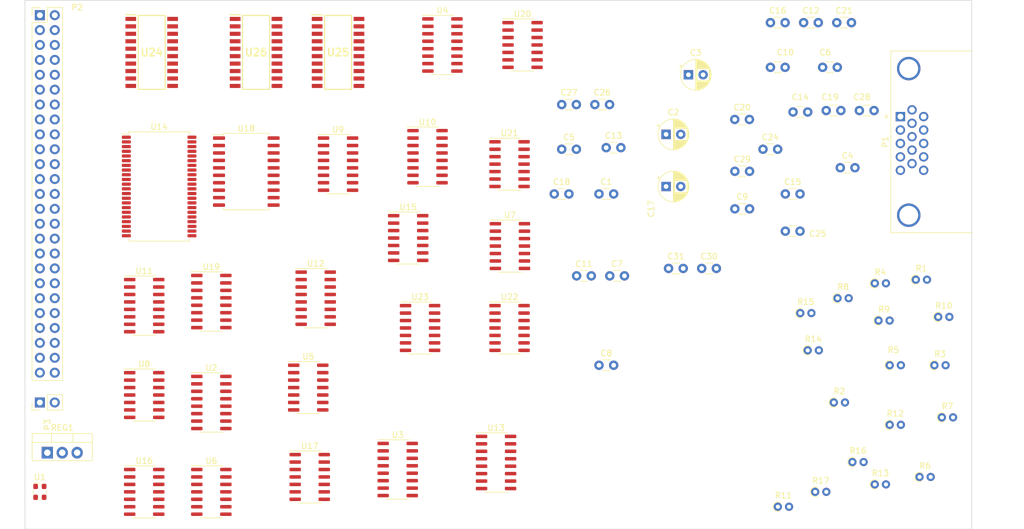
<source format=kicad_pcb>
(kicad_pcb (version 20211014) (generator pcbnew)
  (layers (0 "F.Cu" signal) (31 "B.Cu" signal) (34 "B.Paste" user) (35 "F.Paste" user) (36 "B.SilkS" user "B.Silkscreen") (37 "F.SilkS" user "F.Silkscreen") (38 "B.Mask" user) (39 "F.Mask" user) (44 "Edge.Cuts" user))
  (net 0 "")
  (net 1 "+5V")
  (net 2 "GND")
  (net 3 "+3V3")
  (net 4 "/RED")
  (net 5 "/GREEN")
  (net 6 "/BLUE")
  (net 11 "Net-(P1-Pad13)")
  (net 12 "Net-(P1-Pad14)")
  (net 13 "/ID3{slash}SCL")
  (net 14 "D0")
  (net 15 "D1")
  (net 16 "D2")
  (net 17 "D3")
  (net 18 "D4")
  (net 19 "D5")
  (net 20 "D6")
  (net 21 "D7")
  (net 24 "A0")
  (net 25 "A1")
  (net 26 "A2")
  (net 27 "A3")
  (net 28 "A4")
  (net 29 "A5")
  (net 30 "A6")
  (net 31 "A7")
  (net 32 "A8")
  (net 33 "A9")
  (net 34 "A10")
  (net 35 "A11")
  (net 36 "A12")
  (net 37 "A13")
  (net 38 "A14")
  (net 39 "A15")
  (net 40 "A16")
  (net 41 "A17")
  (net 42 "A18")
  (net 54 "/~{READ}")
  (net 56 "/~{WRITE}")
  (net 58 "/~{ACCESS_RAM}")
  (net 61 "/~{H BLANK}")
  (net 63 "/~{V BLANK}")
  (net 64 "Net-(R1-Pad1)")
  (net 65 "Net-(U18-Pad19)")
  (net 66 "Net-(U18-Pad18)")
  (net 67 "Net-(R5-Pad1)")
  (net 68 "Net-(U18-Pad17)")
  (net 69 "Net-(U18-Pad16)")
  (net 70 "Net-(R10-Pad2)")
  (net 71 "Net-(U18-Pad15)")
  (net 72 "Net-(U18-Pad14)")
  (net 73 "/~{H SYNC}")
  (net 74 "/~{V SYNC}")
  (net 76 "/CLK")
  (net 77 "Net-(U8-Pad12)")
  (net 78 "/H8")
  (net 79 "/H4")
  (net 80 "/H2")
  (net 81 "/H1")
  (net 82 "Net-(U2-Pad15)")
  (net 83 "/H128")
  (net 84 "/H64")
  (net 85 "/H32")
  (net 86 "/H16")
  (net 87 "Net-(U3-Pad15)")
  (net 90 "/H512")
  (net 91 "/H256")
  (net 92 "Net-(U7-Pad1)")
  (net 93 "Net-(U8-Pad6)")
  (net 94 "Net-(U6-Pad12)")
  (net 95 "AV0")
  (net 96 "AV1")
  (net 97 "AV2")
  (net 98 "AV3")
  (net 99 "AV4")
  (net 100 "AV5")
  (net 101 "AV6")
  (net 102 "AV7")
  (net 103 "AV8")
  (net 104 "AV9")
  (net 105 "AV10")
  (net 106 "/V1")
  (net 107 "AV11")
  (net 108 "/V2")
  (net 109 "/V4")
  (net 110 "AV12")
  (net 111 "/V8")
  (net 112 "AV13")
  (net 113 "AV14")
  (net 114 "/V16")
  (net 115 "AV15")
  (net 116 "/V32")
  (net 117 "/V64")
  (net 118 "AV16")
  (net 119 "/V128")
  (net 120 "AV17")
  (net 121 "AV18")
  (net 122 "/V256")
  (net 123 "/~{WRITE RAM}")
  (net 124 "/V512")
  (net 127 "DV0")
  (net 128 "DV1")
  (net 129 "DV2")
  (net 130 "DV3")
  (net 131 "/~{WRITE_RAM}")
  (net 137 "DV4")
  (net 138 "DV5")
  (net 139 "DV6")
  (net 140 "DV7")
  (net 144 "/~{VERTICAL BLANKING}")
  (net 145 "/~{HORIZONTAL BLANKING}")
  (net 146 "Net-(U15-Pad6)")
  (net 147 "Net-(U15-Pad8)")
  (net 148 "Net-(U15-Pad12)")
  (net 149 "Net-(U16-Pad6)")
  (net 150 "Net-(U16-Pad8)")
  (net 151 "Net-(U16-Pad12)")
  (net 152 "Net-(U17-Pad8)")
  (net 156 "Net-(U19-Pad11)")
  (net 158 "Net-(U20-Pad6)")
  (net 159 "Net-(U20-Pad8)")
  (net 160 "Net-(U20-Pad12)")
  (net 161 "Net-(U21-Pad3)")
  (net 162 "Net-(U21-Pad13)")
  (net 163 "Net-(U21-Pad12)")
  (net 165 "Net-(U22-Pad11)")
  (net 166 "/~{VERTICAL SYNC}")
  (net 168 "Net-(U23-Pad1)")
  (net 169 "/~{READ RAM}")
  (net 174 "/~{HORIZONTAL SYNC}")
  (net 180 "Net-(U7-Pad4)")
  (net 183 "Net-(U7-Pad11)")
  (net 186 "Net-(U7-Pad10)")
  (net 189 "Net-(U17-Pad12)")
  (footprint "Package_SO:SOIC-14_3.9x8.7mm_P1.27mm" (layer "F.Cu") (at 123.19 93.98)
    (fp_text reference "U22" (at 0 -5.28) (layer "F.SilkS"))
    (fp_text value "74HC74")
    (pad "1" smd roundrect (at -2.475 -3.81) (size 1.95 0.6) (layers "F.Cu" "F.Paste" "F.Mask") (net 1 "+5V"))
    (pad "2" smd roundrect (at -2.475 -2.54) (size 1.95 0.6) (layers "F.Cu" "F.Paste" "F.Mask") (net 144 "/~{VERTICAL BLANKING}"))
    (pad "3" smd roundrect (at -2.475 -1.27) (size 1.95 0.6) (layers "F.Cu" "F.Paste" "F.Mask") (net 159 "Net-(U20-Pad8)"))
    (pad "4" smd roundrect (at -2.475 0) (size 1.95 0.6) (layers "F.Cu" "F.Paste" "F.Mask") (net 1 "+5V"))
    (pad "5" smd roundrect (at -2.475 1.27) (size 1.95 0.6) (layers "F.Cu" "F.Paste" "F.Mask"))
    (pad "6" smd roundrect (at -2.475 2.54) (size 1.95 0.6) (layers "F.Cu" "F.Paste" "F.Mask") (net 165 "Net-(U22-Pad11)"))
    (pad "7" smd roundrect (at -2.475 3.81) (size 1.95 0.6) (layers "F.Cu" "F.Paste" "F.Mask") (net 2 "GND"))
    (pad "8" smd roundrect (at 2.475 3.81) (size 1.95 0.6) (layers "F.Cu" "F.Paste" "F.Mask") (net 166 "/~{VERTICAL SYNC}"))
    (pad "9" smd roundrect (at 2.475 2.54) (size 1.95 0.6) (layers "F.Cu" "F.Paste" "F.Mask"))
    (pad "10" smd roundrect (at 2.475 1.27) (size 1.95 0.6) (layers "F.Cu" "F.Paste" "F.Mask") (net 1 "+5V"))
    (pad "11" smd roundrect (at 2.475 0) (size 1.95 0.6) (layers "F.Cu" "F.Paste" "F.Mask") (net 165 "Net-(U22-Pad11)"))
    (pad "12" smd roundrect (at 2.475 -1.27) (size 1.95 0.6) (layers "F.Cu" "F.Paste" "F.Mask") (net 1 "+5V"))
    (pad "13" smd roundrect (at 2.475 -2.54) (size 1.95 0.6) (layers "F.Cu" "F.Paste" "F.Mask") (net 108 "/V2"))
    (pad "14" smd roundrect (at 2.475 -3.81) (size 1.95 0.6) (layers "F.Cu" "F.Paste" "F.Mask") (net 3 "+3V3"))
  )
  (footprint "Package_SO:SOIC-14_3.9x8.7mm_P1.27mm" (layer "F.Cu") (at 60.96 105.41)
    (fp_text reference "U8" (at 0 -5.28) (layer "F.SilkS"))
    (fp_text value "74LVC10")
    (pad "1" smd roundrect (at -2.475 -3.81) (size 1.95 0.6) (layers "F.Cu" "F.Paste" "F.Mask") (net 85 "/H32"))
    (pad "2" smd roundrect (at -2.475 -2.54) (size 1.95 0.6) (layers "F.Cu" "F.Paste" "F.Mask") (net 91 "/H256"))
    (pad "3" smd roundrect (at -2.475 -1.27) (size 1.95 0.6) (layers "F.Cu" "F.Paste" "F.Mask") (net 83 "/H128"))
    (pad "4" smd roundrect (at -2.475 0) (size 1.95 0.6) (layers "F.Cu" "F.Paste" "F.Mask") (net 83 "/H128"))
    (pad "5" smd roundrect (at -2.475 1.27) (size 1.95 0.6) (layers "F.Cu" "F.Paste" "F.Mask") (net 90 "/H512"))
    (pad "6" smd roundrect (at -2.475 2.54) (size 1.95 0.6) (layers "F.Cu" "F.Paste" "F.Mask") (net 93 "Net-(U8-Pad6)"))
    (pad "7" smd roundrect (at -2.475 3.81) (size 1.95 0.6) (layers "F.Cu" "F.Paste" "F.Mask") (net 2 "GND"))
    (pad "8" smd roundrect (at 2.475 3.81) (size 1.95 0.6) (layers "F.Cu" "F.Paste" "F.Mask") (net 94 "Net-(U6-Pad12)"))
    (pad "9" smd roundrect (at 2.475 2.54) (size 1.95 0.6) (layers "F.Cu" "F.Paste" "F.Mask") (net 86 "/H16"))
    (pad "10" smd roundrect (at 2.475 1.27) (size 1.95 0.6) (layers "F.Cu" "F.Paste" "F.Mask") (net 85 "/H32"))
    (pad "11" smd roundrect (at 2.475 0) (size 1.95 0.6) (layers "F.Cu" "F.Paste" "F.Mask") (net 84 "/H64"))
    (pad "12" smd roundrect (at 2.475 -1.27) (size 1.95 0.6) (layers "F.Cu" "F.Paste" "F.Mask") (net 77 "Net-(U8-Pad12)"))
    (pad "13" smd roundrect (at 2.475 -2.54) (size 1.95 0.6) (layers "F.Cu" "F.Paste" "F.Mask") (net 90 "/H512"))
    (pad "14" smd roundrect (at 2.475 -3.81) (size 1.95 0.6) (layers "F.Cu" "F.Paste" "F.Mask") (net 3 "+3V3"))
  )
  (footprint "Capacitor_THT:C_Disc_D3.0mm_W1.6mm_P2.50mm" (layer "F.Cu") (at 137.73 55.88)
    (fp_text reference "C26" (at 1.25 -2.05) (layer "F.SilkS"))
    (fp_text value "100nf")
    (pad "1" thru_hole circle (at 0 0) (size 1.6 1.6) (drill 0.8) (layers *.Cu *.Mask) (net 1 "+5V"))
    (pad "2" thru_hole circle (at 2.5 0) (size 1.6 1.6) (drill 0.8) (layers *.Cu *.Mask) (net 2 "GND"))
  )
  (footprint "Connector_Dsub:DSUB-15-HD_Female_Horizontal_P2.29x1.98mm_EdgePinOffset8.35mm_Housed_MountingHolesOffset10.89mm" (layer "F.Cu") (at 189.779669 57.93 90)
    (fp_text reference "P1" (at -4.315 -2.58 90) (layer "F.SilkS"))
    (fp_text value "Out")
    (pad "0" thru_hole circle (at 8.185 1.42 90) (size 4 4) (drill 3.2) (layers *.Cu *.Mask) (net 2 "GND"))
    (pad "0" thru_hole circle (at -16.815 1.42 90) (size 4 4) (drill 3.2) (layers *.Cu *.Mask) (net 2 "GND"))
    (pad "1" thru_hole rect (at 0 0 90) (size 1.6 1.6) (drill 1) (layers *.Cu *.Mask) (net 4 "/RED"))
    (pad "2" thru_hole circle (at -2.29 0 90) (size 1.6 1.6) (drill 1) (layers *.Cu *.Mask) (net 5 "/GREEN"))
    (pad "3" thru_hole circle (at -4.58 0 90) (size 1.6 1.6) (drill 1) (layers *.Cu *.Mask) (net 6 "/BLUE"))
    (pad "4" thru_hole circle (at -6.87 0 90) (size 1.6 1.6) (drill 1) (layers *.Cu *.Mask))
    (pad "5" thru_hole circle (at -9.16 0 90) (size 1.6 1.6) (drill 1) (layers *.Cu *.Mask) (net 2 "GND"))
    (pad "6" thru_hole circle (at 1.145 1.98 90) (size 1.6 1.6) (drill 1) (layers *.Cu *.Mask) (net 2 "GND"))
    (pad "7" thru_hole circle (at -1.145 1.98 90) (size 1.6 1.6) (drill 1) (layers *.Cu *.Mask) (net 2 "GND"))
    (pad "8" thru_hole circle (at -3.435 1.98 90) (size 1.6 1.6) (drill 1) (layers *.Cu *.Mask) (net 2 "GND"))
    (pad "9" thru_hole circle (at -5.725 1.98 90) (size 1.6 1.6) (drill 1) (layers *.Cu *.Mask))
    (pad "10" thru_hole circle (at -8.015 1.98 90) (size 1.6 1.6) (drill 1) (layers *.Cu *.Mask) (net 2 "GND"))
    (pad "11" thru_hole circle (at 0 3.96 90) (size 1.6 1.6) (drill 1) (layers *.Cu *.Mask))
    (pad "12" thru_hole circle (at -2.29 3.96 90) (size 1.6 1.6) (drill 1) (layers *.Cu *.Mask))
    (pad "13" thru_hole circle (at -4.58 3.96 90) (size 1.6 1.6) (drill 1) (layers *.Cu *.Mask) (net 11 "Net-(P1-Pad13)"))
    (pad "14" thru_hole circle (at -6.87 3.96 90) (size 1.6 1.6) (drill 1) (layers *.Cu *.Mask) (net 12 "Net-(P1-Pad14)"))
    (pad "15" thru_hole circle (at -9.16 3.96 90) (size 1.6 1.6) (drill 1) (layers *.Cu *.Mask) (net 13 "/ID3{slash}SCL"))
  )
  (footprint "Resistor_THT:R_Axial_DIN0204_L3.6mm_D1.6mm_P1.90mm_Vertical" (layer "F.Cu") (at 168.91 124.46)
    (fp_text reference "R11" (at 0.95 -1.92) (layer "F.SilkS"))
    (fp_text value "270")
    (pad "1" thru_hole circle (at 0 0) (size 1.4 1.4) (drill 0.7) (layers *.Cu *.Mask) (net 6 "/BLUE"))
    (pad "2" thru_hole oval (at 1.9 0) (size 1.4 1.4) (drill 0.7) (layers *.Cu *.Mask) (net 72 "Net-(U18-Pad14)"))
  )
  (footprint "Package_SO:SOIC-14_3.9x8.7mm_P1.27mm" (layer "F.Cu") (at 125.41 45.72)
    (fp_text reference "U20" (at 0 -5.28) (layer "F.SilkS"))
    (fp_text value "74HC11")
    (pad "1" smd roundrect (at -2.475 -3.81) (size 1.95 0.6) (layers "F.Cu" "F.Paste" "F.Mask") (net 116 "/V32"))
    (pad "2" smd roundrect (at -2.475 -2.54) (size 1.95 0.6) (layers "F.Cu" "F.Paste" "F.Mask") (net 117 "/V64"))
    (pad "3" smd roundrect (at -2.475 -1.27) (size 1.95 0.6) (layers "F.Cu" "F.Paste" "F.Mask") (net 106 "/V1"))
    (pad "4" smd roundrect (at -2.475 0) (size 1.95 0.6) (layers "F.Cu" "F.Paste" "F.Mask") (net 109 "/V4"))
    (pad "5" smd roundrect (at -2.475 1.27) (size 1.95 0.6) (layers "F.Cu" "F.Paste" "F.Mask") (net 111 "/V8"))
    (pad "6" smd roundrect (at -2.475 2.54) (size 1.95 0.6) (layers "F.Cu" "F.Paste" "F.Mask") (net 158 "Net-(U20-Pad6)"))
    (pad "7" smd roundrect (at -2.475 3.81) (size 1.95 0.6) (layers "F.Cu" "F.Paste" "F.Mask") (net 2 "GND"))
    (pad "8" smd roundrect (at 2.475 3.81) (size 1.95 0.6) (layers "F.Cu" "F.Paste" "F.Mask") (net 159 "Net-(U20-Pad8)"))
    (pad "9" smd roundrect (at 2.475 2.54) (size 1.95 0.6) (layers "F.Cu" "F.Paste" "F.Mask") (net 111 "/V8"))
    (pad "10" smd roundrect (at 2.475 1.27) (size 1.95 0.6) (layers "F.Cu" "F.Paste" "F.Mask") (net 108 "/V2"))
    (pad "11" smd roundrect (at 2.475 0) (size 1.95 0.6) (layers "F.Cu" "F.Paste" "F.Mask") (net 108 "/V2"))
    (pad "12" smd roundrect (at 2.475 -1.27) (size 1.95 0.6) (layers "F.Cu" "F.Paste" "F.Mask") (net 160 "Net-(U20-Pad12)"))
    (pad "13" smd roundrect (at 2.475 -2.54) (size 1.95 0.6) (layers "F.Cu" "F.Paste" "F.Mask") (net 119 "/V128"))
    (pad "14" smd roundrect (at 2.475 -3.81) (size 1.95 0.6) (layers "F.Cu" "F.Paste" "F.Mask") (net 3 "+3V3"))
  )
  (footprint "Capacitor_THT:C_Disc_D3.0mm_W1.6mm_P2.50mm" (layer "F.Cu") (at 178.94 41.91)
    (fp_text reference "C21" (at 1.25 -2.05) (layer "F.SilkS"))
    (fp_text value "100nf")
    (pad "1" thru_hole circle (at 0 0) (size 1.6 1.6) (drill 0.8) (layers *.Cu *.Mask) (net 1 "+5V"))
    (pad "2" thru_hole circle (at 2.5 0) (size 1.6 1.6) (drill 0.8) (layers *.Cu *.Mask) (net 2 "GND"))
  )
  (footprint "Package_SO:SOIC-14_3.9x8.7mm_P1.27mm" (layer "F.Cu") (at 123.255 80.01)
    (fp_text reference "U7" (at 0 -5.28) (layer "F.SilkS"))
    (fp_text value "74LVC74")
    (pad "1" smd roundrect (at -2.475 -3.81) (size 1.95 0.6) (layers "F.Cu" "F.Paste" "F.Mask") (net 92 "Net-(U7-Pad1)"))
    (pad "2" smd roundrect (at -2.475 -2.54) (size 1.95 0.6) (layers "F.Cu" "F.Paste" "F.Mask") (net 2 "GND"))
    (pad "3" smd roundrect (at -2.475 -1.27) (size 1.95 0.6) (layers "F.Cu" "F.Paste" "F.Mask") (net 2 "GND"))
    (pad "4" smd roundrect (at -2.475 0) (size 1.95 0.6) (layers "F.Cu" "F.Paste" "F.Mask") (net 180 "Net-(U7-Pad4)"))
    (pad "5" smd roundrect (at -2.475 1.27) (size 1.95 0.6) (layers "F.Cu" "F.Paste" "F.Mask") (net 145 "/~{HORIZONTAL BLANKING}"))
    (pad "6" smd roundrect (at -2.475 2.54) (size 1.95 0.6) (layers "F.Cu" "F.Paste" "F.Mask"))
    (pad "7" smd roundrect (at -2.475 3.81) (size 1.95 0.6) (layers "F.Cu" "F.Paste" "F.Mask") (net 2 "GND"))
    (pad "8" smd roundrect (at 2.475 3.81) (size 1.95 0.6) (layers "F.Cu" "F.Paste" "F.Mask"))
    (pad "9" smd roundrect (at 2.475 2.54) (size 1.95 0.6) (layers "F.Cu" "F.Paste" "F.Mask") (net 174 "/~{HORIZONTAL SYNC}"))
    (pad "10" smd roundrect (at 2.475 1.27) (size 1.95 0.6) (layers "F.Cu" "F.Paste" "F.Mask") (net 186 "Net-(U7-Pad10)"))
    (pad "11" smd roundrect (at 2.475 0) (size 1.95 0.6) (layers "F.Cu" "F.Paste" "F.Mask") (net 183 "Net-(U7-Pad11)"))
    (pad "12" smd roundrect (at 2.475 -1.27) (size 1.95 0.6) (layers "F.Cu" "F.Paste" "F.Mask") (net 92 "Net-(U7-Pad1)"))
    (pad "13" smd roundrect (at 2.475 -2.54) (size 1.95 0.6) (layers "F.Cu" "F.Paste" "F.Mask") (net 3 "+3V3"))
    (pad "14" smd roundrect (at 2.475 -3.81) (size 1.95 0.6) (layers "F.Cu" "F.Paste" "F.Mask") (net 3 "+3V3"))
  )
  (footprint "Resistor_THT:R_Axial_DIN0204_L3.6mm_D1.6mm_P1.90mm_Vertical" (layer "F.Cu") (at 172.72 91.44)
    (fp_text reference "R15" (at 0.95 -1.92) (layer "F.SilkS"))
    (fp_text value "10K")
    (pad "1" thru_hole circle (at 0 0) (size 1.4 1.4) (drill 0.7) (layers *.Cu *.Mask) (net 1 "+5V"))
    (pad "2" thru_hole oval (at 1.9 0) (size 1.4 1.4) (drill 0.7) (layers *.Cu *.Mask) (net 58 "/~{ACCESS_RAM}"))
  )
  (footprint "Resistor_THT:R_Axial_DIN0204_L3.6mm_D1.6mm_P1.90mm_Vertical" (layer "F.Cu") (at 173.99 97.79)
    (fp_text reference "R14" (at 0.95 -1.92) (layer "F.SilkS"))
    (fp_text value "10K")
    (pad "1" thru_hole circle (at 0 0) (size 1.4 1.4) (drill 0.7) (layers *.Cu *.Mask) (net 1 "+5V"))
    (pad "2" thru_hole oval (at 1.9 0) (size 1.4 1.4) (drill 0.7) (layers *.Cu *.Mask) (net 56 "/~{WRITE}"))
  )
  (footprint "Capacitor_THT:C_Disc_D3.0mm_W1.6mm_P2.50mm" (layer "F.Cu") (at 170.18 71.12)
    (fp_text reference "C15" (at 1.25 -2.05) (layer "F.SilkS"))
    (fp_text value "100nf")
    (pad "1" thru_hole circle (at 0 0) (size 1.6 1.6) (drill 0.8) (layers *.Cu *.Mask) (net 3 "+3V3"))
    (pad "2" thru_hole circle (at 2.5 0) (size 1.6 1.6) (drill 0.8) (layers *.Cu *.Mask) (net 2 "GND"))
  )
  (footprint "Capacitor_THT:C_Disc_D3.0mm_W1.6mm_P2.50mm" (layer "F.Cu") (at 161.58 67.26)
    (fp_text reference "C29" (at 1.25 -2.05) (layer "F.SilkS"))
    (fp_text value "100nf")
    (pad "1" thru_hole circle (at 0 0) (size 1.6 1.6) (drill 0.8) (layers *.Cu *.Mask) (net 1 "+5V"))
    (pad "2" thru_hole circle (at 2.5 0) (size 1.6 1.6) (drill 0.8) (layers *.Cu *.Mask) (net 2 "GND"))
  )
  (footprint "Resistor_THT:R_Axial_DIN0204_L3.6mm_D1.6mm_P1.90mm_Vertical" (layer "F.Cu") (at 187.96 100.33)
    (fp_text reference "R5" (at 0.63 -2.594435) (layer "F.SilkS"))
    (fp_text value "270")
    (pad "1" thru_hole circle (at 0 0) (size 1.4 1.4) (drill 0.7) (layers *.Cu *.Mask) (net 67 "Net-(R5-Pad1)"))
    (pad "2" thru_hole oval (at 1.9 0) (size 1.4 1.4) (drill 0.7) (layers *.Cu *.Mask) (net 68 "Net-(U18-Pad17)"))
  )
  (footprint "Package_SO:SOIC-14_3.9x8.7mm_P1.27mm" (layer "F.Cu") (at 88.9 104.14)
    (fp_text reference "U5" (at 0 -5.28) (layer "F.SilkS"))
    (fp_text value "74LVC74")
    (pad "1" smd roundrect (at -2.475 -3.81) (size 1.95 0.6) (layers "F.Cu" "F.Paste" "F.Mask") (net 3 "+3V3"))
    (pad "2" smd roundrect (at -2.475 -2.54) (size 1.95 0.6) (layers "F.Cu" "F.Paste" "F.Mask") (net 77 "Net-(U8-Pad12)"))
    (pad "3" smd roundrect (at -2.475 -1.27) (size 1.95 0.6) (layers "F.Cu" "F.Paste" "F.Mask") (net 76 "/CLK"))
    (pad "4" smd roundrect (at -2.475 0) (size 1.95 0.6) (layers "F.Cu" "F.Paste" "F.Mask") (net 3 "+3V3"))
    (pad "5" smd roundrect (at -2.475 1.27) (size 1.95 0.6) (layers "F.Cu" "F.Paste" "F.Mask") (net 180 "Net-(U7-Pad4)"))
    (pad "6" smd roundrect (at -2.475 2.54) (size 1.95 0.6) (layers "F.Cu" "F.Paste" "F.Mask"))
    (pad "7" smd roundrect (at -2.475 3.81) (size 1.95 0.6) (layers "F.Cu" "F.Paste" "F.Mask") (net 2 "GND"))
    (pad "8" smd roundrect (at 2.475 3.81) (size 1.95 0.6) (layers "F.Cu" "F.Paste" "F.Mask"))
    (pad "9" smd roundrect (at 2.475 2.54) (size 1.95 0.6) (layers "F.Cu" "F.Paste" "F.Mask") (net 92 "Net-(U7-Pad1)"))
    (pad "10" smd roundrect (at 2.475 1.27) (size 1.95 0.6) (layers "F.Cu" "F.Paste" "F.Mask") (net 3 "+3V3"))
    (pad "11" smd roundrect (at 2.475 0) (size 1.95 0.6) (layers "F.Cu" "F.Paste" "F.Mask") (net 76 "/CLK"))
    (pad "12" smd roundrect (at 2.475 -1.27) (size 1.95 0.6) (layers "F.Cu" "F.Paste" "F.Mask") (net 93 "Net-(U8-Pad6)"))
    (pad "13" smd roundrect (at 2.475 -2.54) (size 1.95 0.6) (layers "F.Cu" "F.Paste" "F.Mask") (net 3 "+3V3"))
    (pad "14" smd roundrect (at 2.475 -3.81) (size 1.95 0.6) (layers "F.Cu" "F.Paste" "F.Mask") (net 3 "+3V3"))
  )
  (footprint "Package_SO:SOIC-14_3.9x8.7mm_P1.27mm" (layer "F.Cu") (at 107.95 93.98)
    (fp_text reference "U23" (at 0 -5.28) (layer "F.SilkS"))
    (fp_text value "74HCT02")
    (pad "1" smd roundrect (at -2.475 -3.81) (size 1.95 0.6) (layers "F.Cu" "F.Paste" "F.Mask") (net 168 "Net-(U23-Pad1)"))
    (pad "2" smd roundrect (at -2.475 -2.54) (size 1.95 0.6) (layers "F.Cu" "F.Paste" "F.Mask") (net 54 "/~{READ}"))
    (pad "3" smd roundrect (at -2.475 -1.27) (size 1.95 0.6) (layers "F.Cu" "F.Paste" "F.Mask") (net 58 "/~{ACCESS_RAM}"))
    (pad "4" smd roundrect (at -2.475 0) (size 1.95 0.6) (layers "F.Cu" "F.Paste" "F.Mask") (net 169 "/~{READ RAM}"))
    (pad "5" smd roundrect (at -2.475 1.27) (size 1.95 0.6) (layers "F.Cu" "F.Paste" "F.Mask") (net 168 "Net-(U23-Pad1)"))
    (pad "6" smd roundrect (at -2.475 2.54) (size 1.95 0.6) (layers "F.Cu" "F.Paste" "F.Mask") (net 168 "Net-(U23-Pad1)"))
    (pad "7" smd roundrect (at -2.475 3.81) (size 1.95 0.6) (layers "F.Cu" "F.Paste" "F.Mask") (net 2 "GND"))
    (pad "8" smd roundrect (at 2.475 3.81) (size 1.95 0.6) (layers "F.Cu" "F.Paste" "F.Mask"))
    (pad "9" smd roundrect (at 2.475 2.54) (size 1.95 0.6) (layers "F.Cu" "F.Paste" "F.Mask"))
    (pad "10" smd roundrect (at 2.475 1.27) (size 1.95 0.6) (layers "F.Cu" "F.Paste" "F.Mask"))
    (pad "11" smd roundrect (at 2.475 0) (size 1.95 0.6) (layers "F.Cu" "F.Paste" "F.Mask") (net 162 "Net-(U21-Pad13)"))
    (pad "12" smd roundrect (at 2.475 -1.27) (size 1.95 0.6) (layers "F.Cu" "F.Paste" "F.Mask") (net 162 "Net-(U21-Pad13)"))
    (pad "13" smd roundrect (at 2.475 -2.54) (size 1.95 0.6) (layers "F.Cu" "F.Paste" "F.Mask") (net 156 "Net-(U19-Pad11)"))
    (pad "14" smd roundrect (at 2.475 -3.81) (size 1.95 0.6) (layers "F.Cu" "F.Paste" "F.Mask") (net 3 "+3V3"))
  )
  (footprint "ExtraFootprints:SOIC-20N-127P780X200" (layer "F.Cu") (at 93.98 46.99)
    (fp_text reference "U25" (at 0 0) (layer "F.SilkS") (effects (font (size 1.27 1.27) (thickness 0.254))))
    (fp_text value "74HCT244" hide)
    (pad "1" smd rect (at -3.562 -5.715 90) (size 0.7 1.825) (layers "F.Cu" "F.Paste" "F.Mask") (net 123 "/~{WRITE RAM}"))
    (pad "2" smd rect (at -3.562 -4.445 90) (size 0.7 1.825) (layers "F.Cu" "F.Paste" "F.Mask") (net 14 "D0"))
    (pad "3" smd rect (at -3.562 -3.175 90) (size 0.7 1.825) (layers "F.Cu" "F.Paste" "F.Mask") (net 137 "DV4"))
    (pad "4" smd rect (at -3.562 -1.905 90) (size 0.7 1.825) (layers "F.Cu" "F.Paste" "F.Mask") (net 15 "D1"))
    (pad "5" smd rect (at -3.562 -0.635 90) (size 0.7 1.825) (layers "F.Cu" "F.Paste" "F.Mask") (net 138 "DV5"))
    (pad "6" smd rect (at -3.562 0.635 90) (size 0.7 1.825) (layers "F.Cu" "F.Paste" "F.Mask") (net 16 "D2"))
    (pad "7" smd rect (at -3.562 1.905 90) (size 0.7 1.825) (layers "F.Cu" "F.Paste" "F.Mask") (net 139 "DV6"))
    (pad "8" smd rect (at -3.562 3.175 90) (size 0.7 1.825) (layers "F.Cu" "F.Paste" "F.Mask") (net 17 "D3"))
    (pad "9" smd rect (at -3.562 4.445 90) (size 0.7 1.825) (layers "F.Cu" "F.Paste" "F.Mask") (net 140 "DV7"))
    (pad "10" smd rect (at -3.562 5.715 90) (size 0.7 1.825) (layers "F.Cu" "F.Paste" "F.Mask") (net 2 "GND"))
    (pad "11" smd rect (at 3.562 5.715 90) (size 0.7 1.825) (layers "F.Cu" "F.Paste" "F.Mask") (net 21 "D7"))
    (pad "12" smd rect (at 3.562 4.445 90) (size 0.7 1.825) (layers "F.Cu" "F.Paste" "F.Mask") (net 130 "DV3"))
    (pad "13" smd rect (at 3.562 3.175 90) (size 0.7 1.825) (layers "F.Cu" "F.Paste" "F.Mask") (net 20 "D6"))
    (pad "14" smd rect (at 3.562 1.905 90) (size 0.7 1.825) (layers "F.Cu" "F.Paste" "F.Mask") (net 129 "DV2"))
    (pad "15" smd rect (at 3.562 0.635 90) (size 0.7 1.825) (layers "F.Cu" "F.Paste" "F.Mask") (net 19 "D5"))
    (pad "16" smd rect (at 3.562 -0.635 90) (size 0.7 1.825) (layers "F.Cu" "F.Paste" "F.Mask") (net 128 "DV1"))
    (pad "17" smd rect (at 3.562 -1.905 90) (size 0.7 1.825) (layers "F.Cu" "F.Paste" "F.Mask") (net 18 "D4"))
    (pad "18" smd rect (at 3.562 -3.175 90) (size 0.7 1.825) (layers "F.Cu" "F.Paste" "F.Mask") (net 127 "DV0"))
    (pad "19" smd rect (at 3.562 -4.445 90) (size 0.7 1.825) (layers "F.Cu" "F.Paste" "F.Mask") (net 123 "/~{WRITE RAM}"))
    (pad "20" smd rect (at 3.562 -5.715 90) (size 0.7 1.825) (layers "F.Cu" "F.Paste" "F.Mask") (net 1 "+5V"))
  )
  (footprint "Package_SO:SOIC-16_3.9x9.9mm_P1.27mm" (layer "F.Cu") (at 60.96 90.17)
    (fp_text reference "U11" (at 0 -5.9) (layer "F.SilkS"))
    (fp_text value "74LVC157")
    (pad "1" smd roundrect (at -2.475 -4.445) (size 1.95 0.6) (layers "F.Cu" "F.Paste" "F.Mask") (net 58 "/~{ACCESS_RAM}"))
    (pad "2" smd roundrect (at -2.475 -3.175) (size 1.95 0.6) (layers "F.Cu" "F.Paste" "F.Mask") (net 32 "A8"))
    (pad "3" smd roundrect (at -2.475 -1.905) (size 1.95 0.6) (layers "F.Cu" "F.Paste" "F.Mask") (net 91 "/H256"))
    (pad "4" smd roundrect (at -2.475 -0.635) (size 1.95 0.6) (layers "F.Cu" "F.Paste" "F.Mask") (net 103 "AV8"))
    (pad "5" smd roundrect (at -2.475 0.635) (size 1.95 0.6) (layers "F.Cu" "F.Paste" "F.Mask") (net 33 "A9"))
    (pad "6" smd roundrect (at -2.475 1.905) (size 1.95 0.6) (layers "F.Cu" "F.Paste" "F.Mask") (net 90 "/H512"))
    (pad "7" smd roundrect (at -2.475 3.175) (size 1.95 0.6) (layers "F.Cu" "F.Paste" "F.Mask") (net 104 "AV9"))
    (pad "8" smd roundrect (at -2.475 4.445) (size 1.95 0.6) (layers "F.Cu" "F.Paste" "F.Mask") (net 2 "GND"))
    (pad "9" smd roundrect (at 2.475 4.445) (size 1.95 0.6) (layers "F.Cu" "F.Paste" "F.Mask") (net 105 "AV10"))
    (pad "10" smd roundrect (at 2.475 3.175) (size 1.95 0.6) (layers "F.Cu" "F.Paste" "F.Mask") (net 106 "/V1"))
    (pad "11" smd roundrect (at 2.475 1.905) (size 1.95 0.6) (layers "F.Cu" "F.Paste" "F.Mask") (net 34 "A10"))
    (pad "12" smd roundrect (at 2.475 0.635) (size 1.95 0.6) (layers "F.Cu" "F.Paste" "F.Mask") (net 107 "AV11"))
    (pad "13" smd roundrect (at 2.475 -0.635) (size 1.95 0.6) (layers "F.Cu" "F.Paste" "F.Mask") (net 108 "/V2"))
    (pad "14" smd roundrect (at 2.475 -1.905) (size 1.95 0.6) (layers "F.Cu" "F.Paste" "F.Mask") (net 35 "A11"))
    (pad "15" smd roundrect (at 2.475 -3.175) (size 1.95 0.6) (layers "F.Cu" "F.Paste" "F.Mask") (net 2 "GND"))
    (pad "16" smd roundrect (at 2.475 -4.445) (size 1.95 0.6) (layers "F.Cu" "F.Paste" "F.Mask") (net 3 "+3V3"))
  )
  (footprint "Capacitor_THT:CP_Radial_D5.0mm_P2.50mm" (layer "F.Cu") (at 149.86 69.85)
    (fp_text reference "C17" (at -2.54 3.81 90) (layer "F.SilkS"))
    (fp_text value "6u8 6V3")
    (pad "1" thru_hole rect (at 0 0) (size 1.6 1.6) (drill 0.8) (layers *.Cu *.Mask) (net 1 "+5V"))
    (pad "2" thru_hole circle (at 2.5 0) (size 1.6 1.6) (drill 0.8) (layers *.Cu *.Mask) (net 2 "GND"))
  )
  (footprint "Package_SO:SOIC-14_3.9x8.7mm_P1.27mm" (layer "F.Cu") (at 60.96 121.92)
    (fp_text reference "U16" (at 0 -5.28) (layer "F.SilkS"))
    (fp_text value "74LVC11")
    (pad "1" smd roundrect (at -2.475 -3.81) (size 1.95 0.6) (layers "F.Cu" "F.Paste" "F.Mask") (net 130 "DV3"))
    (pad "2" smd roundrect (at -2.475 -2.54) (size 1.95 0.6) (layers "F.Cu" "F.Paste" "F.Mask") (net 144 "/~{VERTICAL BLANKING}"))
    (pad "3" smd roundrect (at -2.475 -1.27) (size 1.95 0.6) (layers "F.Cu" "F.Paste" "F.Mask") (net 137 "DV4"))
    (pad "4" smd roundrect (at -2.475 0) (size 1.95 0.6) (layers "F.Cu" "F.Paste" "F.Mask") (net 144 "/~{VERTICAL BLANKING}"))
    (pad "5" smd roundrect (at -2.475 1.27) (size 1.95 0.6) (layers "F.Cu" "F.Paste" "F.Mask") (net 145 "/~{HORIZONTAL BLANKING}"))
    (pad "6" smd roundrect (at -2.475 2.54) (size 1.95 0.6) (layers "F.Cu" "F.Paste" "F.Mask") (net 149 "Net-(U16-Pad6)"))
    (pad "7" smd roundrect (at -2.475 3.81) (size 1.95 0.6) (layers "F.Cu" "F.Paste" "F.Mask") (net 2 "GND"))
    (pad "8" smd roundrect (at 2.475 3.81) (size 1.95 0.6) (layers "F.Cu" "F.Paste" "F.Mask") (net 150 "Net-(U16-Pad8)"))
    (pad "9" smd roundrect (at 2.475 2.54) (size 1.95 0.6) (layers "F.Cu" "F.Paste" "F.Mask") (net 138 "DV5"))
    (pad "10" smd roundrect (at 2.475 1.27) (size 1.95 0.6) (layers "F.Cu" "F.Paste" "F.Mask") (net 144 "/~{VERTICAL BLANKING}"))
    (pad "11" smd roundrect (at 2.475 0) (size 1.95 0.6) (layers "F.Cu" "F.Paste" "F.Mask") (net 145 "/~{HORIZONTAL BLANKING}"))
    (pad "12" smd roundrect (at 2.475 -1.27) (size 1.95 0.6) (layers "F.Cu" "F.Paste" "F.Mask") (net 151 "Net-(U16-Pad12)"))
    (pad "13" smd roundrect (at 2.475 -2.54) (size 1.95 0.6) (layers "F.Cu" "F.Paste" "F.Mask") (net 145 "/~{HORIZONTAL BLANKING}"))
    (pad "14" smd roundrect (at 2.475 -3.81) (size 1.95 0.6) (layers "F.Cu" "F.Paste" "F.Mask") (net 3 "+3V3"))
  )
  (footprint "Package_TO_SOT_THT:TO-220-3_Vertical" (layer "F.Cu") (at 44.45 115.245)
    (fp_text reference "REG1" (at 2.54 -4.27) (layer "F.SilkS"))
    (fp_text value "TC1262-33")
    (pad "1" thru_hole rect (at 0 0) (size 1.905 2) (drill 1.1) (layers *.Cu *.Mask) (net 1 "+5V"))
    (pad "2" thru_hole oval (at 2.54 0) (size 1.905 2) (drill 1.1) (layers *.Cu *.Mask) (net 2 "GND"))
    (pad "3" thru_hole oval (at 5.08 0) (size 1.905 2) (drill 1.1) (layers *.Cu *.Mask) (net 3 "+3V3"))
  )
  (footprint "Capacitor_THT:C_Disc_D3.0mm_W1.6mm_P2.50mm" (layer "F.Cu") (at 167.64 41.91)
    (fp_text reference "C16" (at 1.25 -2.05) (layer "F.SilkS"))
    (fp_text value "100nf")
    (pad "1" thru_hole circle (at 0 0) (size 1.6 1.6) (drill 0.8) (layers *.Cu *.Mask) (net 3 "+3V3"))
    (pad "2" thru_hole circle (at 2.5 0) (size 1.6 1.6) (drill 0.8) (layers *.Cu *.Mask) (net 2 "GND"))
  )
  (footprint "Capacitor_THT:C_Disc_D3.0mm_W1.6mm_P2.50mm" (layer "F.Cu") (at 130.81 71.12)
    (fp_text reference "C18" (at 1.25 -2.05) (layer "F.SilkS"))
    (fp_text value "100nf")
    (pad "1" thru_hole circle (at 0 0) (size 1.6 1.6) (drill 0.8) (layers *.Cu *.Mask) (net 1 "+5V"))
    (pad "2" thru_hole circle (at 2.5 0) (size 1.6 1.6) (drill 0.8) (layers *.Cu *.Mask) (net 2 "GND"))
  )
  (footprint "Resistor_THT:R_Axial_DIN0204_L3.6mm_D1.6mm_P1.90mm_Vertical" (layer "F.Cu") (at 195.58 100.33)
    (fp_text reference "R3" (at 0.95 -1.92) (layer "F.SilkS"))
    (fp_text value "270")
    (pad "1" thru_hole circle (at 0 0) (size 1.4 1.4) (drill 0.7) (layers *.Cu *.Mask) (net 4 "/RED"))
    (pad "2" thru_hole oval (at 1.9 0) (size 1.4 1.4) (drill 0.7) (layers *.Cu *.Mask) (net 66 "Net-(U18-Pad18)"))
  )
  (footprint "ExtraFootprints:SOIC-20N-127P780X200" (layer "F.Cu") (at 62.23 46.99)
    (fp_text reference "U24" (at 0 0) (layer "F.SilkS") (effects (font (size 1.27 1.27) (thickness 0.254))))
    (fp_text value "74HCT244" hide)
    (pad "1" smd rect (at -3.562 -5.715 90) (size 0.7 1.825) (layers "F.Cu" "F.Paste" "F.Mask") (net 169 "/~{READ RAM}"))
    (pad "2" smd rect (at -3.562 -4.445 90) (size 0.7 1.825) (layers "F.Cu" "F.Paste" "F.Mask") (net 127 "DV0"))
    (pad "3" smd rect (at -3.562 -3.175 90) (size 0.7 1.825) (layers "F.Cu" "F.Paste" "F.Mask") (net 18 "D4"))
    (pad "4" smd rect (at -3.562 -1.905 90) (size 0.7 1.825) (layers "F.Cu" "F.Paste" "F.Mask") (net 128 "DV1"))
    (pad "5" smd rect (at -3.562 -0.635 90) (size 0.7 1.825) (layers "F.Cu" "F.Paste" "F.Mask") (net 19 "D5"))
    (pad "6" smd rect (at -3.562 0.635 90) (size 0.7 1.825) (layers "F.Cu" "F.Paste" "F.Mask") (net 129 "DV2"))
    (pad "7" smd rect (at -3.562 1.905 90) (size 0.7 1.825) (layers "F.Cu" "F.Paste" "F.Mask") (net 20 "D6"))
    (pad "8" smd rect (at -3.562 3.175 90) (size 0.7 1.825) (layers "F.Cu" "F.Paste" "F.Mask") (net 130 "DV3"))
    (pad "9" smd rect (at -3.562 4.445 90) (size 0.7 1.825) (layers "F.Cu" "F.Paste" "F.Mask") (net 21 "D7"))
    (pad "10" smd rect (at -3.562 5.715 90) (size 0.7 1.825) (layers "F.Cu" "F.Paste" "F.Mask") (net 2 "GND"))
    (pad "11" smd rect (at 3.562 5.715 90) (size 0.7 1.825) (layers "F.Cu" "F.Paste" "F.Mask") (net 140 "DV7"))
    (pad "12" smd rect (at 3.562 4.445 90) (size 0.7 1.825) (layers "F.Cu" "F.Paste" "F.Mask") (net 17 "D3"))
    (pad "13" smd rect (at 3.562 3.175 90) (size 0.7 1.825) (layers "F.Cu" "F.Paste" "F.Mask") (net 139 "DV6"))
    (pad "14" smd rect (at 3.562 1.905 90) (size 0.7 1.825) (layers "F.Cu" "F.Paste" "F.Mask") (net 16 "D2"))
    (pad "15" smd rect (at 3.562 0.635 90) (size 0.7 1.825) (layers "F.Cu" "F.Paste" "F.Mask") (net 138 "DV5"))
    (pad "16" smd rect (at 3.562 -0.635 90) (size 0.7 1.825) (layers "F.Cu" "F.Paste" "F.Mask") (net 15 "D1"))
    (pad "17" smd rect (at 3.562 -1.905 90) (size 0.7 1.825) (layers "F.Cu" "F.Paste" "F.Mask") (net 137 "DV4"))
    (pad "18" smd rect (at 3.562 -3.175 90) (size 0.7 1.825) (layers "F.Cu" "F.Paste" "F.Mask") (net 14 "D0"))
    (pad "19" smd rect (at 3.562 -4.445 90) (size 0.7 1.825) (layers "F.Cu" "F.Paste" "F.Mask") (net 169 "/~{READ RAM}"))
    (pad "20" smd rect (at 3.562 -5.715 90) (size 0.7 1.825) (layers "F.Cu" "F.Paste" "F.Mask") (net 1 "+5V"))
  )
  (footprint "Package_SO:SOIC-16_3.9x9.9mm_P1.27mm" (layer "F.Cu") (at 111.76 45.72)
    (fp_text reference "U4" (at 0 -5.9) (layer "F.SilkS"))
    (fp_text value "74LVC161")
    (pad "1" smd roundrect (at -2.475 -4.445) (size 1.95 0.6) (layers "F.Cu" "F.Paste" "F.Mask") (net 3 "+3V3"))
    (pad "2" smd roundrect (at -2.475 -3.175) (size 1.95 0.6) (layers "F.Cu" "F.Paste" "F.Mask") (net 76 "/CLK"))
    (pad "3" smd roundrect (at -2.475 -1.905) (size 1.95 0.6) (layers "F.Cu" "F.Paste" "F.Mask") (net 2 "GND"))
    (pad "4" smd roundrect (at -2.475 -0.635) (size 1.95 0.6) (layers "F.Cu" "F.Paste" "F.Mask") (net 2 "GND"))
    (pad "5" smd roundrect (at -2.475 0.635) (size 1.95 0.6) (layers "F.Cu" "F.Paste" "F.Mask") (net 2 "GND"))
    (pad "6" smd roundrect (at -2.475 1.905) (size 1.95 0.6) (layers "F.Cu" "F.Paste" "F.Mask") (net 2 "GND"))
    (pad "7" smd roundrect (at -2.475 3.175) (size 1.95 0.6) (layers "F.Cu" "F.Paste" "F.Mask") (net 87 "Net-(U3-Pad15)"))
    (pad "8" smd roundrect (at -2.475 4.445) (size 1.95 0.6) (layers "F.Cu" "F.Paste" "F.Mask") (net 2 "GND"))
    (pad "9" smd roundrect (at 2.475 4.445) (size 1.95 0.6) (layers "F.Cu" "F.Paste" "F.Mask") (net 77 "Net-(U8-Pad12)"))
    (pad "10" smd roundrect (at 2.475 3.175) (size 1.95 0.6) (layers "F.Cu" "F.Paste" "F.Mask") (net 87 "Net-(U3-Pad15)"))
    (pad "11" smd roundrect (at 2.475 1.905) (size 1.95 0.6) (layers "F.Cu" "F.Paste" "F.Mask"))
    (pad "12" smd roundrect (at 2.475 0.635) (size 1.95 0.6) (layers "F.Cu" "F.Paste" "F.Mask"))
    (pad "13" smd roundrect (at 2.475 -0.635) (size 1.95 0.6) (layers "F.Cu" "F.Paste" "F.Mask") (net 90 "/H512"))
    (pad "14" smd roundrect (at 2.475 -1.905) (size 1.95 0.6) (layers "F.Cu" "F.Paste" "F.Mask") (net 91 "/H256"))
    (pad "15" smd roundrect (at 2.475 -3.175) (size 1.95 0.6) (layers "F.Cu" "F.Paste" "F.Mask"))
    (pad "16" smd roundrect (at 2.475 -4.445) (size 1.95 0.6) (layers "F.Cu" "F.Paste" "F.Mask") (net 3 "+3V3"))
  )
  (footprint "Capacitor_THT:C_Disc_D3.0mm_W1.6mm_P2.50mm" (layer "F.Cu") (at 161.58 73.66)
    (fp_text reference "C9" (at 1.25 -2.05) (layer "F.SilkS"))
    (fp_text value "100nf")
    (pad "1" thru_hole circle (at 0 0) (size 1.6 1.6) (drill 0.8) (layers *.Cu *.Mask) (net 3 "+3V3"))
    (pad "2" thru_hole circle (at 2.5 0) (size 1.6 1.6) (drill 0.8) (layers *.Cu *.Mask) (net 2 "GND"))
  )
  (footprint "Capacitor_THT:C_Disc_D3.0mm_W1.6mm_P2.50mm" (layer "F.Cu") (at 182.79 56.9)
    (fp_text reference "C28" (at 0.43 -2.29) (layer "F.SilkS"))
    (fp_text value "100nf")
    (pad "1" thru_hole circle (at 0 0) (size 1.6 1.6) (drill 0.8) (layers *.Cu *.Mask) (net 1 "+5V"))
    (pad "2" thru_hole circle (at 2.5 0) (size 1.6 1.6) (drill 0.8) (layers *.Cu *.Mask) (net 2 "GND"))
  )
  (footprint "Capacitor_THT:C_Disc_D3.0mm_W1.6mm_P2.50mm" (layer "F.Cu") (at 139.66 63.23)
    (fp_text reference "C13" (at 1.25 -2.05) (layer "F.SilkS"))
    (fp_text value "100nf")
    (pad "1" thru_hole circle (at 0 0) (size 1.6 1.6) (drill 0.8) (layers *.Cu *.Mask) (net 3 "+3V3"))
    (pad "2" thru_hole circle (at 2.5 0) (size 1.6 1.6) (drill 0.8) (layers *.Cu *.Mask) (net 2 "GND"))
  )
  (footprint "Capacitor_THT:C_Disc_D3.0mm_W1.6mm_P2.50mm" (layer "F.Cu") (at 176.53 49.53)
    (fp_text reference "C6" (at 0.43 -2.54) (layer "F.SilkS"))
    (fp_text value "100nf")
    (pad "1" thru_hole circle (at 0 0) (size 1.6 1.6) (drill 0.8) (layers *.Cu *.Mask) (net 3 "+3V3"))
    (pad "2" thru_hole circle (at 2.5 0) (size 1.6 1.6) (drill 0.8) (layers *.Cu *.Mask) (net 2 "GND"))
  )
  (footprint "Package_SO:SOIC-16_3.9x9.9mm_P1.27mm" (layer "F.Cu") (at 109.22 64.77)
    (fp_text reference "U10" (at 0 -5.9) (layer "F.SilkS"))
    (fp_text value "74LVC157")
    (pad "1" smd roundrect (at -2.475 -4.445) (size 1.95 0.6) (layers "F.Cu" "F.Paste" "F.Mask") (net 58 "/~{ACCESS_RAM}"))
    (pad "2" smd roundrect (at -2.475 -3.175) (size 1.95 0.6) (layers "F.Cu" "F.Paste" "F.Mask") (net 28 "A4"))
    (pad "3" smd roundrect (at -2.475 -1.905) (size 1.95 0.6) (layers "F.Cu" "F.Paste" "F.Mask") (net 86 "/H16"))
    (pad "4" smd roundrect (at -2.475 -0.635) (size 1.95 0.6) (layers "F.Cu" "F.Paste" "F.Mask") (net 99 "AV4"))
    (pad "5" smd roundrect (at -2.475 0.635) (size 1.95 0.6) (layers "F.Cu" "F.Paste" "F.Mask") (net 29 "A5"))
    (pad "6" smd roundrect (at -2.475 1.905) (size 1.95 0.6) (layers "F.Cu" "F.Paste" "F.Mask") (net 85 "/H32"))
    (pad "7" smd roundrect (at -2.475 3.175) (size 1.95 0.6) (layers "F.Cu" "F.Paste" "F.Mask") (net 100 "AV5"))
    (pad "8" smd roundrect (at -2.475 4.445) (size 1.95 0.6) (layers "F.Cu" "F.Paste" "F.Mask") (net 2 "GND"))
    (pad "9" smd roundrect (at 2.475 4.445) (size 1.95 0.6) (layers "F.Cu" "F.Paste" "F.Mask") (net 101 "AV6"))
    (pad "10" smd roundrect (at 2.475 3.175) (size 1.95 0.6) (layers "F.Cu" "F.Paste" "F.Mask") (net 84 "/H64"))
    (pad "11" smd roundrect (at 2.475 1.905) (size 1.95 0.6) (layers "F.Cu" "F.Paste" "F.Mask") (net 30 "A6"))
    (pad "12" smd roundrect (at 2.475 0.635) (size 1.95 0.6) (layers "F.Cu" "F.Paste" "F.Mask") (net 102 "AV7"))
    (pad "13" smd roundrect (at 2.475 -0.635) (size 1.95 0.6) (layers "F.Cu" "F.Paste" "F.Mask") (net 83 "/H128"))
    (pad "14" smd roundrect (at 2.475 -1.905) (size 1.95 0.6) (layers "F.Cu" "F.Paste" "F.Mask") (net 31 "A7"))
    (pad "15" smd roundrect (at 2.475 -3.175) (size 1.95 0.6) (layers "F.Cu" "F.Paste" "F.Mask") (net 2 "GND"))
    (pad "16" smd roundrect (at 2.475 -4.445) (size 1.95 0.6) (layers "F.Cu" "F.Paste" "F.Mask") (net 3 "+3V3"))
  )
  (footprint "Capacitor_THT:C_Disc_D3.0mm_W1.6mm_P2.50mm" (layer "F.Cu") (at 138.43 71.12)
    (fp_text reference "C1" (at 1.25 -2.05) (layer "F.SilkS"))
    (fp_text value "47uF 16V")
    (pad "1" thru_hole circle (at 0 0) (size 1.6 1.6) (drill 0.8) (layers *.Cu *.Mask) (net 1 "+5V"))
    (pad "2" thru_hole circle (at 2.5 0) (size 1.6 1.6) (drill 0.8) (layers *.Cu *.Mask) (net 2 "GND"))
  )
  (footprint "Resistor_THT:R_Axial_DIN0204_L3.6mm_D1.6mm_P1.90mm_Vertical" (layer "F.Cu") (at 179.07 88.9)
    (fp_text reference "R8" (at 0.95 -1.92) (layer "F.SilkS"))
    (fp_text value "270")
    (pad "1" thru_hole circle (at 0 0) (size 1.4 1.4) (drill 0.7) (layers *.Cu *.Mask) (net 2 "GND"))
    (pad "2" thru_hole oval (at 1.9 0) (size 1.4 1.4) (drill 0.7) (layers *.Cu *.Mask) (net 5 "/GREEN"))
  )
  (footprint "Package_SO:SOIC-14_3.9x8.7mm_P1.27mm" (layer "F.Cu") (at 72.39 121.92)
    (fp_text reference "U6" (at 0 -5.28) (layer "F.SilkS"))
    (fp_text value "74LVC74")
    (pad "1" smd roundrect (at -2.475 -3.81) (size 1.95 0.6) (layers "F.Cu" "F.Paste" "F.Mask") (net 3 "+3V3"))
    (pad "2" smd roundrect (at -2.475 -2.54) (size 1.95 0.6) (layers "F.Cu" "F.Paste" "F.Mask") (net 86 "/H16"))
    (pad "3" smd roundrect (at -2.475 -1.27) (size 1.95 0.6) (layers "F.Cu" "F.Paste" "F.Mask") (net 76 "/CLK"))
    (pad "4" smd roundrect (at -2.475 0) (size 1.95 0.6) (layers "F.Cu" "F.Paste" "F.Mask") (net 3 "+3V3"))
    (pad "5" smd roundrect (at -2.475 1.27) (size 1.95 0.6) (layers "F.Cu" "F.Paste" "F.Mask") (net 183 "Net-(U7-Pad11)"))
    (pad "6" smd roundrect (at -2.475 2.54) (size 1.95 0.6) (layers "F.Cu" "F.Paste" "F.Mask"))
    (pad "7" smd roundrect (at -2.475 3.81) (size 1.95 0.6) (layers "F.Cu" "F.Paste" "F.Mask") (net 2 "GND"))
    (pad "8" smd roundrect (at 2.475 3.81) (size 1.95 0.6) (layers "F.Cu" "F.Paste" "F.Mask"))
    (pad "9" smd roundrect (at 2.475 2.54) (size 1.95 0.6) (layers "F.Cu" "F.Paste" "F.Mask") (net 186 "Net-(U7-Pad10)"))
    (pad "10" smd roundrect (at 2.475 1.27) (size 1.95 0.6) (layers "F.Cu" "F.Paste" "F.Mask") (net 3 "+3V3"))
    (pad "11" smd roundrect (at 2.475 0) (size 1.95 0.6) (layers "F.Cu" "F.Paste" "F.Mask") (net 76 "/CLK"))
    (pad "12" smd roundrect (at 2.475 -1.27) (size 1.95 0.6) (layers "F.Cu" "F.Paste" "F.Mask") (net 94 "Net-(U6-Pad12)"))
    (pad "13" smd roundrect (at 2.475 -2.54) (size 1.95 0.6) (layers "F.Cu" "F.Paste" "F.Mask") (net 3 "+3V3"))
    (pad "14" smd roundrect (at 2.475 -3.81) (size 1.95 0.6) (layers "F.Cu" "F.Paste" "F.Mask") (net 3 "+3V3"))
  )
  (footprint "Package_SO:TSOP-II-44_10.16x18.41mm_P0.8mm" (layer "F.Cu") (at 63.5 69.85)
    (fp_text reference "U14" (at 0 -10.16) (layer "F.SilkS"))
    (fp_text value "AS7C34096A-10TCN")
    (pad "1" smd roundrect (at -5.5875 -8.4) (size 1.525 0.55) (layers "F.Cu" "F.Paste" "F.Mask"))
    (pad "2" smd roundrect (at -5.5875 -7.6) (size 1.525 0.55) (layers "F.Cu" "F.Paste" "F.Mask"))
    (pad "3" smd roundrect (at -5.5875 -6.8) (size 1.525 0.55) (layers "F.Cu" "F.Paste" "F.Mask") (net 95 "AV0"))
    (pad "4" smd roundrect (at -5.5875 -6) (size 1.525 0.55) (layers "F.Cu" "F.Paste" "F.Mask") (net 96 "AV1"))
    (pad "5" smd roundrect (at -5.5875 -5.2) (size 1.525 0.55) (layers "F.Cu" "F.Paste" "F.Mask") (net 97 "AV2"))
    (pad "6" smd roundrect (at -5.5875 -4.4) (size 1.525 0.55) (layers "F.Cu" "F.Paste" "F.Mask") (net 98 "AV3"))
    (pad "7" smd roundrect (at -5.5875 -3.6) (size 1.525 0.55) (layers "F.Cu" "F.Paste" "F.Mask") (net 99 "AV4"))
    (pad "8" smd roundrect (at -5.5875 -2.8) (size 1.525 0.55) (layers "F.Cu" "F.Paste" "F.Mask") (net 2 "GND"))
    (pad "9" smd roundrect (at -5.5875 -2) (size 1.525 0.55) (layers "F.Cu" "F.Paste" "F.Mask") (net 127 "DV0"))
    (pad "10" smd roundrect (at -5.5875 -1.2) (size 1.525 0.55) (layers "F.Cu" "F.Paste" "F.Mask") (net 128 "DV1"))
    (pad "11" smd roundrect (at -5.5875 -0.4) (size 1.525 0.55) (layers "F.Cu" "F.Paste" "F.Mask") (net 1 "+5V"))
    (pad "12" smd roundrect (at -5.5875 0.4) (size 1.525 0.55) (layers "F.Cu" "F.Paste" "F.Mask") (net 2 "GND"))
    (pad "13" smd roundrect (at -5.5875 1.2) (size 1.525 0.55) (layers "F.Cu" "F.Paste" "F.Mask") (net 129 "DV2"))
    (pad "14" smd roundrect (at -5.5875 2) (size 1.525 0.55) (layers "F.Cu" "F.Paste" "F.Mask") (net 130 "DV3"))
    (pad "15" smd roundrect (at -5.5875 2.8) (size 1.525 0.55) (layers "F.Cu" "F.Paste" "F.Mask") (net 131 "/~{WRITE_RAM}"))
    (pad "16" smd roundrect (at -5.5875 3.6) (size 1.525 0.55) (layers "F.Cu" "F.Paste" "F.Mask") (net 100 "AV5"))
    (pad "17" smd roundrect (at -5.5875 4.4) (size 1.525 0.55) (layers "F.Cu" "F.Paste" "F.Mask") (net 101 "AV6"))
    (pad "18" smd roundrect (at -5.5875 5.2) (size 1.525 0.55) (layers "F.Cu" "F.Paste" "F.Mask") (net 102 "AV7"))
    (pad "19" smd roundrect (at -5.5875 6) (size 1.525 0.55) (layers "F.Cu" "F.Paste" "F.Mask") (net 103 "AV8"))
    (pad "20" smd roundrect (at -5.5875 6.8) (size 1.525 0.55) (layers "F.Cu" "F.Paste" "F.Mask") (net 104 "AV9"))
    (pad "21" smd roundrect (at -5.5875 7.6) (size 1.525 0.55) (layers "F.Cu" "F.Paste" "F.Mask"))
    (pad "22" smd roundrect (at -5.5875 8.4) (size 1.525 0.55) (layers "F.Cu" "F.Paste" "F.Mask"))
    (pad "23" smd roundrect (at 5.5875 8.4) (size 1.525 0.55) (layers "F.Cu" "F.Paste" "F.Mask"))
    (pad "24" smd roundrect (at 5.5875 7.6) (size 1.525 0.55) (layers "F.Cu" "F.Paste" "F.Mask"))
    (pad "25" smd roundrect (at 5.5875 6.8) (size 1.525 0.55) (layers "F.Cu" "F.Paste" "F.Mask"))
    (pad "26" smd roundrect (at 5.5875 6) (size 1.525 0.55) (layers "F.Cu" "F.Paste" "F.Mask") (net 105 "AV10"))
    (pad "27" smd roundrect (at 5.5875 5.2) (size 1.525 0.55) (layers "F.Cu" "F.Paste" "F.Mask") (net 107 "AV11"))
    (pad "28" smd roundrect (at 5.5875 4.4) (size 1.525 0.55) (layers "F.Cu" "F.Paste" "F.Mask") (net 110 "AV12"))
    (pad "29" smd roundrect (at 5.5875 3.6) (size 1.525 0.55) (layers "F.Cu" "F.Paste" "F.Mask") (net 112 "AV13"))
    (pad "30" smd roundrect (at 5.5875 2.8) (size 1.525 0.55) (layers "F.Cu" "F.Paste" "F.Mask") (net 113 "AV14"))
    (pad "31" smd roundrect (at 5.5875 2) (size 1.525 0.55) (layers "F.Cu" "F.Paste" "F.Mask") (net 137 "DV4"))
    (pad "32" smd roundrect (at 5.5875 1.2) (size 1.525 0.55) (layers "F.Cu" "F.Paste" "F.Mask") (net 138 "DV5"))
    (pad "33" smd roundrect (at 5.5875 0.4) (size 1.525 0.55) (layers "F.Cu" "F.Paste" "F.Mask") (net 1 "+5V"))
    (pad "34" smd roundrect (at 5.5875 -0.4) (size 1.525 0.55) (layers "F.Cu" "F.Paste" "F.Mask") (net 2 "GND"))
    (pad "35" smd roundrect (at 5.5875 -1.2) (size 1.525 0.55) (layers "F.Cu" "F.Paste" "F.Mask") (net 139 "DV6"))
    (pad "36" smd roundrect (at 5.5875 -2) (size 1.525 0.55) (layers "F.Cu" "F.Paste" "F.Mask") (net 140 "DV7"))
    (pad "37" smd roundrect (at 5.5875 -2.8) (size 1.525 0.55) (layers "F.Cu" "F.Paste" "F.Mask") (net 2 "GND"))
    (pad "38" smd roundrect (at 5.5875 -3.6) (size 1.525 0.55) (layers "F.Cu" "F.Paste" "F.Mask") (net 115 "AV15"))
    (pad "39" smd roundrect (at 5.5875 -4.4) (size 1.525 0.55) (layers "F.Cu" "F.Paste" "F.Mask") (net 118 "AV16"))
    (pad "40" smd roundrect (at 5.5875 -5.2) (size 1.525 0.55) (layers "F.Cu" "F.Paste" "F.Mask") (net 120 "AV17"))
    (pad "41" smd roundrect (at 5.5875 -6) (size 1.525 0.55) (layers "F.Cu" "F.Paste" "F.Mask") (net 121 "AV18"))
    (pad "42" smd roundrect (at 5.5875 -6.8) (size 1.525 0.55) (layers "F.Cu" "F.Paste" "F.Mask"))
    (pad "43" smd roundrect (at 5.5875 -7.6) (size 1.525 0.55) (layers "F.Cu" "F.Paste" "F.Mask"))
    (pad "44" smd roundrect (at 5.5875 -8.4) (size 1.525 0.55) (layers "F.Cu" "F.Paste" "F.Mask"))
  )
  (footprint "Capacitor_THT:C_Disc_D3.0mm_W1.6mm_P2.50mm" (layer "F.Cu") (at 179.54 66.65)
    (fp_text reference "C4" (at 1.25 -2.05) (layer "F.SilkS"))
    (fp_text value "100nf")
    (pad "1" thru_hole circle (at 0 0) (size 1.6 1.6) (drill 0.8) (layers *.Cu *.Mask) (net 3 "+3V3"))
    (pad "2" thru_hole circle (at 2.5 0) (size 1.6 1.6) (drill 0.8) (layers *.Cu *.Mask) (net 2 "GND"))
  )
  (footprint "Resistor_THT:R_Axial_DIN0204_L3.6mm_D1.6mm_P1.90mm_Vertical" (layer "F.Cu") (at 185.42 86.36)
    (fp_text reference "R4" (at 0.95 -1.92) (layer "F.SilkS"))
    (fp_text value "270")
    (pad "1" thru_hole circle (at 0 0) (size 1.4 1.4) (drill 0.7) (layers *.Cu *.Mask) (net 2 "GND"))
    (pad "2" thru_hole oval (at 1.9 0) (size 1.4 1.4) (drill 0.7) (layers *.Cu *.Mask) (net 4 "/RED"))
  )
  (footprint "Resistor_THT:R_Axial_DIN0204_L3.6mm_D1.6mm_P1.90mm_Vertical" (layer "F.Cu") (at 178.44 106.68)
    (fp_text reference "R2" (at 0.95 -1.92) (layer "F.SilkS"))
    (fp_text value "270")
    (pad "1" thru_hole circle (at 0 0) (size 1.4 1.4) (drill 0.7) (layers *.Cu *.Mask) (net 4 "/RED"))
    (pad "2" thru_hole oval (at 1.9 0) (size 1.4 1.4) (drill 0.7) (layers *.Cu *.Mask) (net 64 "Net-(R1-Pad1)"))
  )
  (footprint "Resistor_THT:R_Axial_DIN0204_L3.6mm_D1.6mm_P1.90mm_Vertical" (layer "F.Cu") (at 193.04 119.38)
    (fp_text reference "R6" (at 0.95 -1.92) (layer "F.SilkS"))
    (fp_text value "270")
    (pad "1" thru_hole circle (at 0 0) (size 1.4 1.4) (drill 0.7) (layers *.Cu *.Mask) (net 5 "/GREEN"))
    (pad "2" thru_hole oval (at 1.9 0) (size 1.4 1.4) (drill 0.7) (layers *.Cu *.Mask) (net 67 "Net-(R5-Pad1)"))
  )
  (footprint "Connector_PinHeader_2.54mm:PinHeader_1x02_P2.54mm_Vertical" (layer "F.Cu") (at 43.18 106.68 90)
    (fp_text reference "P3" (at -3.81 1.27 90) (layer "F.SilkS"))
    (fp_text value "Conn_01x02")
    (pad "1" thru_hole rect (at 0 0 90) (size 1.7 1.7) (drill 1) (layers *.Cu *.Mask) (net 1 "+5V"))
    (pad "2" thru_hole oval (at 0 2.54 90) (size 1.7 1.7) (drill 1) (layers *.Cu *.Mask) (net 2 "GND"))
  )
  (footprint "Capacitor_THT:C_Disc_D3.0mm_W1.6mm_P2.50mm" (layer "F.Cu") (at 173.29 41.91)
    (fp_text reference "C12" (at 1.25 -2.05) (layer "F.SilkS"))
    (fp_text value "100nf")
    (pad "1" thru_hole circle (at 0 0) (size 1.6 1.6) (drill 0.8) (layers *.Cu *.Mask) (net 3 "+3V3"))
    (pad "2" thru_hole circle (at 2.5 0) (size 1.6 1.6) (drill 0.8) (layers *.Cu *.Mask) (net 2 "GND"))
  )
  (footprint "Resistor_THT:R_Axial_DIN0204_L3.6mm_D1.6mm_P1.90mm_Vertical" (layer "F.Cu") (at 196.22 92.09)
    (fp_text reference "R10" (at 0.95 -1.92) (layer "F.SilkS"))
    (fp_text value "270")
    (pad "1" thru_hole circle (at 0 0) (size 1.4 1.4) (drill 0.7) (layers *.Cu *.Mask) (net 6 "/BLUE"))
    (pad "2" thru_hole oval (at 1.9 0) (size 1.4 1.4) (drill 0.7) (layers *.Cu *.Mask) (net 70 "Net-(R10-Pad2)"))
  )
  (footprint "Capacitor_THT:CP_Radial_D5.0mm_P2.50mm" (layer "F.Cu") (at 153.67 50.8)
    (fp_text reference "C3" (at 1.25 -3.75) (layer "F.SilkS"))
    (fp_text value "6u8 6V3")
    (pad "1" thru_hole rect (at 0 0) (size 1.6 1.6) (drill 0.8) (layers *.Cu *.Mask) (net 3 "+3V3"))
    (pad "2" thru_hole circle (at 2.5 0) (size 1.6 1.6) (drill 0.8) (layers *.Cu *.Mask) (net 2 "GND"))
  )
  (footprint "Capacitor_THT:C_Disc_D3.0mm_W1.6mm_P2.50mm" (layer "F.Cu") (at 161.56 58.42)
    (fp_text reference "C20" (at 1.25 -2.05) (layer "F.SilkS"))
    (fp_text value "100nf")
    (pad "1" thru_hole circle (at 0 0) (size 1.6 1.6) (drill 0.8) (layers *.Cu *.Mask) (net 1 "+5V"))
    (pad "2" thru_hole circle (at 2.5 0) (size 1.6 1.6) (drill 0.8) (layers *.Cu *.Mask) (net 2 "GND"))
  )
  (footprint "Resistor_THT:R_Axial_DIN0204_L3.6mm_D1.6mm_P1.90mm_Vertical" (layer "F.Cu") (at 196.85 109.22)
    (fp_text reference "R7" (at 0.95 -1.92) (layer "F.SilkS"))
    (fp_text value "270")
    (pad "1" thru_hole circle (at 0 0) (size 1.4 1.4) (drill 0.7) (layers *.Cu *.Mask) (net 5 "/GREEN"))
    (pad "2" thru_hole oval (at 1.9 0) (size 1.4 1.4) (drill 0.7) (layers *.Cu *.Mask) (net 69 "Net-(U18-Pad16)"))
  )
  (footprint "Resistor_THT:R_Axial_DIN0204_L3.6mm_D1.6mm_P1.90mm_Vertical" (layer "F.Cu") (at 181.61 116.84)
    (fp_text reference "R16" (at 0.95 -1.92) (layer "F.SilkS"))
    (fp_text value "75R")
    (pad "1" thru_hole circle (at 0 0) (size 1.4 1.4) (drill 0.7) (layers *.Cu *.Mask) (net 11 "Net-(P1-Pad13)"))
    (pad "2" thru_hole oval (at 1.9 0) (size 1.4 1.4) (drill 0.7) (layers *.Cu *.Mask) (net 73 "/~{H SYNC}"))
  )
  (footprint "Capacitor_THT:C_Disc_D3.0mm_W1.6mm_P2.50mm" (layer "F.Cu") (at 177.14 56.9)
    (fp_text reference "C19" (at 0.66 -2.29) (layer "F.SilkS"))
    (fp_text value "100nf")
    (pad "1" thru_hole circle (at 0 0) (size 1.6 1.6) (drill 0.8) (layers *.Cu *.Mask) (net 1 "+5V"))
    (pad "2" thru_hole circle (at 2.5 0) (size 1.6 1.6) (drill 0.8) (layers *.Cu *.Mask) (net 2 "GND"))
  )
  (footprint "Capacitor_THT:C_Disc_D3.0mm_W1.6mm_P2.50mm" (layer "F.Cu") (at 170.18 77.47)
    (fp_text reference "C25" (at 5.53 0.44) (layer "F.SilkS"))
    (fp_text value "100nf")
    (pad "1" thru_hole circle (at 0 0) (size 1.6 1.6) (drill 0.8) (layers *.Cu *.Mask) (net 1 "+5V"))
    (pad "2" thru_hole circle (at 2.5 0) (size 1.6 1.6) (drill 0.8) (layers *.Cu *.Mask) (net 2 "GND"))
  )
  (footprint "Capacitor_THT:C_Disc_D3.0mm_W1.6mm_P2.50mm" (layer "F.Cu") (at 134.62 85.09)
    (fp_text reference "C11" (at 1.25 -2.05) (layer "F.SilkS"))
    (fp_text value "100nf")
    (pad "1" thru_hole circle (at 0 0) (size 1.6 1.6) (drill 0.8) (layers *.Cu *.Mask) (net 3 "+3V3"))
    (pad "2" thru_hole circle (at 2.5 0) (size 1.6 1.6) (drill 0.8) (layers *.Cu *.Mask) (net 2 "GND"))
  )
  (footprint "Capacitor_THT:C_Disc_D3.0mm_W1.6mm_P2.50mm" (layer "F.Cu") (at 155.93 83.82)
    (fp_text reference "C30" (at 1.25 -2.05) (layer "F.SilkS"))
    (fp_text value "100nf")
    (pad "1" thru_hole circle (at 0 0) (size 1.6 1.6) (drill 0.8) (layers *.Cu *.Mask) (net 1 "+5V"))
    (pad "2" thru_hole circle (at 2.5 0) (size 1.6 1.6) (drill 0.8) (layers *.Cu *.Mask) (net 2 "GND"))
  )
  (footprint "Capacitor_THT:C_Disc_D3.0mm_W1.6mm_P2.50mm" (layer "F.Cu") (at 138.43 100.33)
    (fp_text reference "C8" (at 1.25 -2.05) (layer "F.SilkS"))
    (fp_text value "100nf")
    (pad "1" thru_hole circle (at 0 0) (size 1.6 1.6) (drill 0.8) (layers *.Cu *.Mask) (net 3 "+3V3"))
    (pad "2" thru_hole circle (at 2.5 0) (size 1.6 1.6) (drill 0.8) (layers *.Cu *.Mask) (net 2 "GND"))
  )
  (footprint "Oscillator:Oscillator_SMD_ECS_2520MV-xxx-xx-4Pin_2.5x2.0mm" (layer "F.Cu") (at 43.18 121.92)
    (fp_text reference "U1" (at 0 -2.5) (layer "F.SilkS"))
    (fp_text value "ECS-100A-251.7")
    (pad "1" smd roundrect (at -0.725 -0.925) (size 0.8 0.9) (layers "F.Cu" "F.Paste" "F.Mask"))
    (pad "2" smd roundrect (at -0.725 0.925) (size 0.8 0.9) (layers "F.Cu" "F.Paste" "F.Mask") (net 2 "GND"))
    (pad "3" smd roundrect (at 0.725 0.925) (size 0.8 0.9) (layers "F.Cu" "F.Paste" "F.Mask") (net 76 "/CLK"))
    (pad "4" smd roundrect (at 0.725 -0.925) (size 0.8 0.9) (layers "F.Cu" "F.Paste" "F.Mask") (net 1 "+5V"))
  )
  (footprint "Package_SO:SOIC-14_3.9x8.7mm_P1.27mm" (layer "F.Cu") (at 89.15 119.38)
    (fp_text reference "U17" (at 0 -5.28) (layer "F.SilkS"))
    (fp_text value "74LVC74")
    (pad "1" smd roundrect (at -2.475 -3.81) (size 1.95 0.6) (layers "F.Cu" "F.Paste" "F.Mask") (net 58 "/~{ACCESS_RAM}"))
    (pad "2" smd roundrect (at -2.475 -2.54) (size 1.95 0.6) (layers "F.Cu" "F.Paste" "F.Mask") (net 3 "+3V3"))
    (pad "3" smd roundrect (at -2.475 -1.27) (size 1.95 0.6) (layers "F.Cu" "F.Paste" "F.Mask") (net 76 "/CLK"))
    (pad "4" smd roundrect (at -2.475 0) (size 1.95 0.6) (layers "F.Cu" "F.Paste" "F.Mask") (net 3 "+3V3"))
    (pad "5" smd roundrect (at -2.475 1.27) (size 1.95 0.6) (layers "F.Cu" "F.Paste" "F.Mask") (net 189 "Net-(U17-Pad12)"))
    (pad "6" smd roundrect (at -2.475 2.54) (size 1.95 0.6) (layers "F.Cu" "F.Paste" "F.Mask"))
    (pad "7" smd roundrect (at -2.475 3.81) (size 1.95 0.6) (layers "F.Cu" "F.Paste" "F.Mask") (net 2 "GND"))
    (pad "8" smd roundrect (at 2.475 3.81) (size 1.95 0.6) (layers "F.Cu" "F.Paste" "F.Mask") (net 152 "Net-(U17-Pad8)"))
    (pad "9" smd roundrect (at 2.475 2.54) (size 1.95 0.6) (layers "F.Cu" "F.Paste" "F.Mask"))
    (pad "10" smd roundrect (at 2.475 1.27) (size 1.95 0.6) (layers "F.Cu" "F.Paste" "F.Mask") (net 3 "+3V3"))
    (pad "11" smd roundrect (at 2.475 0) (size 1.95 0.6) (layers "F.Cu" "F.Paste" "F.Mask") (net 76 "/CLK"))
    (pad "12" smd roundrect (at 2.475 -1.27) (size 1.95 0.6) (layers "F.Cu" "F.Paste" "F.Mask") (net 189 "Net-(U17-Pad12)"))
    (pad "13" smd roundrect (at 2.475 -2.54) (size 1.95 0.6) (layers "F.Cu" "F.Paste" "F.Mask") (net 58 "/~{ACCESS_RAM}"))
    (pad "14" smd roundrect (at 2.475 -3.81) (size 1.95 0.6) (layers "F.Cu" "F.Paste" "F.Mask") (net 3 "+3V3"))
  )
  (footprint "Package_SO:SOIC-16_3.9x9.9mm_P1.27mm" (layer "F.Cu") (at 72.39 106.68)
    (fp_text reference "U2" (at 0 -5.9) (layer "F.SilkS"))
    (fp_text value "74LVC161")
    (pad "1" smd roundrect (at -2.475 -4.445) (size 1.95 0.6) (layers "F.Cu" "F.Paste" "F.Mask") (net 3 "+3V3"))
    (pad "2" smd roundrect (at -2.475 -3.175) (size 1.95 0.6) (layers "F.Cu" "F.Paste" "F.Mask") (net 76 "/CLK"))
    (pad "3" smd roundrect (at -2.475 -1.905) (size 1.95 0.6) (layers "F.Cu" "F.Paste" "F.Mask") (net 3 "+3V3"))
    (pad "4" smd roundrect (at -2.475 -0.635) (size 1.95 0.6) (layers "F.Cu" "F.Paste" "F.Mask") (net 2 "GND"))
    (pad "5" smd roundrect (at -2.475 0.635) (size 1.95 0.6) (layers "F.Cu" "F.Paste" "F.Mask") (net 2 "GND"))
    (pad "6" smd roundrect (at -2.475 1.905) (size 1.95 0.6) (layers "F.Cu" "F.Paste" "F.Mask") (net 2 "GND"))
    (pad "7" smd roundrect (at -2.475 3.175) (size 1.95 0.6) (layers "F.Cu" "F.Paste" "F.Mask") (net 3 "+3V3"))
    (pad "8" smd roundrect (at -2.475 4.445) (size 1.95 0.6) (layers "F.Cu" "F.Paste" "F.Mask") (net 2 "GND"))
    (pad "9" smd roundrect (at 2.475 4.445) (size 1.95 0.6) (layers "F.Cu" "F.Paste" "F.Mask") (net 77 "Net-(U8-Pad12)"))
    (pad "10" smd roundrect (at 2.475 3.175) (size 1.95 0.6) (layers "F.Cu" "F.Paste" "F.Mask") (net 3 "+3V3"))
    (pad "11" smd roundrect (at 2.475 1.905) (size 1.95 0.6) (layers "F.Cu" "F.Paste" "F.Mask") (net 78 "/H8"))
    (pad "12" smd roundrect (at 2.475 0.635) (size 1.95 0.6) (layers "F.Cu" "F.Paste" "F.Mask") (net 79 "/H4"))
    (pad "13" smd roundrect (at 2.475 -0.635) (size 1.95 0.6) (layers "F.Cu" "F.Paste" "F.Mask") (net 80 "/H2"))
    (pad "14" smd roundrect (at 2.475 -1.905) (size 1.95 0.6) (layers "F.Cu" "F.Paste" "F.Mask") (net 81 "/H1"))
    (pad "15" smd roundrect (at 2.475 -3.175) (size 1.95 0.6) (layers "F.Cu" "F.Paste" "F.Mask") (net 82 "Net-(U2-Pad15)"))
    (pad "16" smd roundrect (at 2.475 -4.445) (size 1.95 0.6) (layers "F.Cu" "F.Paste" "F.Mask") (net 3 "+3V3"))
  )
  (footprint "Package_SO:SOIC-16_3.9x9.9mm_P1.27mm" (layer "F.Cu") (at 104.14 118.11)
    (fp_text reference "U3" (at 0 -5.9) (layer "F.SilkS"))
    (fp_text value "74LVC161")
    (pad "1" smd roundrect (at -2.475 -4.445) (size 1.95 0.6) (layers "F.Cu" "F.Paste" "F.Mask") (net 3 "+3V3"))
    (pad "2" smd roundrect (at -2.475 -3.175) (size 1.95 0.6) (layers "F.Cu" "F.Paste" "F.Mask") (net 76 "/CLK"))
    (pad "3" smd roundrect (at -2.475 -1.905) (size 1.95 0.6) (layers "F.Cu" "F.Paste" "F.Mask") (net 2 "GND"))
    (pad "4" smd roundrect (at -2.475 -0.635) (size 1.95 0.6) (layers "F.Cu" "F.Paste" "F.Mask") (net 2 "GND"))
    (pad "5" smd roundrect (at -2.475 0.635) (size 1.95 0.6) (layers "F.Cu" "F.Paste" "F.Mask") (net 2 "GND"))
    (pad "6" smd roundrect (at -2.475 1.905) (size 1.95 0.6) (layers "F.Cu" "F.Paste" "F.Mask") (net 2 "GND"))
    (pad "7" smd roundrect (at -2.475 3.175) (size 1.95 0.6) (layers "F.Cu" "F.Paste" "F.Mask") (net 82 "Net-(U2-Pad15)"))
    (pad "8" smd roundrect (at -2.475 4.445) (size 1.95 0.6) (layers "F.Cu" "F.Paste" "F.Mask") (net 2 "GND"))
    (pad "9" smd roundrect (at 2.475 4.445) (size 1.95 0.6) (layers "F.Cu" "F.Paste" "F.Mask") (net 77 "Net-(U8-Pad12)"))
    (pad "10" smd roundrect (at 2.475 3.175) (size 1.95 0.6) (layers "F.Cu" "F.Paste" "F.Mask") (net 82 "Net-(U2-Pad15)"))
    (pad "11" smd roundrect (at 2.475 1.905) (size 1.95 0.6) (layers "F.Cu" "F.Paste" "F.Mask") (net 83 "/H128"))
    (pad "12" smd roundrect (at 2.475 0.635) (size 1.95 0.6) (layers "F.Cu" "F.Paste" "F.Mask") (net 84 "/H64"))
    (pad "13" smd roundrect (at 2.475 -0.635) (size 1.95 0.6) (layers "F.Cu" "F.Paste" "F.Mask") (net 85 "/H32"))
    (pad "14" smd roundrect (at 2.475 -1.905) (size 1.95 0.6) (layers "F.Cu" "F.Paste" "F.Mask") (net 86 "/H16"))
    (pad "15" smd roundrect (at 2.475 -3.175) (size 1.95 0.6) (layers "F.Cu" "F.Paste" "F.Mask") (net 87 "Net-(U3-Pad15)"))
    (pad "16" smd roundrect (at 2.475 -4.445) (size 1.95 0.6) (layers "F.Cu" "F.Paste" "F.Mask") (net 3 "+3V3"))
  )
  (footprint "Resistor_THT:R_Axial_DIN0204_L3.6mm_D1.6mm_P1.90mm_Vertical" (layer "F.Cu") (at 186.05 92.71)
    (fp_text reference "R9" (at 0.95 -1.92) (layer "F.SilkS"))
    (fp_text value "270")
    (pad "1" thru_hole circle (at 0 0) (size 1.4 1.4) (drill 0.7) (layers *.Cu *.Mask) (net 70 "Net-(R10-Pad2)"))
    (pad "2" thru_hole oval (at 1.9 0) (size 1.4 1.4) (drill 0.7) (layers *.Cu *.Mask) (net 71 "Net-(U18-Pad15)"))
  )
  (footprint "Capacitor_THT:C_Disc_D3.0mm_W1.6mm_P2.50mm" (layer "F.Cu") (at 140.27 85.09)
    (fp_text reference "C7" (at 1.25 -2.05) (layer "F.SilkS"))
    (fp_text value "100nf")
    (pad "1" thru_hole circle (at 0 0) (size 1.6 1.6) (drill 0.8) (layers *.Cu *.Mask) (net 3 "+3V3"))
    (pad "2" thru_hole circle (at 2.5 0) (size 1.6 1.6) (drill 0.8) (layers *.Cu *.Mask) (net 2 "GND"))
  )
  (footprint "Capacitor_THT:C_Disc_D3.0mm_W1.6mm_P2.50mm" (layer "F.Cu") (at 167.64 49.53)
    (fp_text reference "C10" (at 2.54 -2.54) (layer "F.SilkS"))
    (fp_text value "100nf")
    (pad "1" thru_hole circle (at 0 0) (size 1.6 1.6) (drill 0.8) (layers *.Cu *.Mask) (net 3 "+3V3"))
    (pad "2" thru_hole circle (at 2.5 0) (size 1.6 1.6) (drill 0.8) (layers *.Cu *.Mask) (net 2 "GND"))
  )
  (footprint "Package_SO:SOIC-14_3.9x8.7mm_P1.27mm" (layer "F.Cu") (at 123.19 66.04)
    (fp_text reference "U21" (at 0 -5.28) (layer "F.SilkS"))
    (fp_text value "74HC00")
    (pad "1" smd roundrect (at -2.475 -3.81) (size 1.95 0.6) (layers "F.Cu" "F.Paste" "F.Mask") (net 160 "Net-(U20-Pad12)"))
    (pad "2" smd roundrect (at -2.475 -2.54) (size 1.95 0.6) (layers "F.Cu" "F.Paste" "F.Mask") (net 122 "/V256"))
    (pad "3" smd roundrect (at -2.475 -1.27) (size 1.95 0.6) (layers "F.Cu" "F.Paste" "F.Mask") (net 161 "Net-(U21-Pad3)"))
    (pad "4" smd roundrect (at -2.475 0) (size 1.95 0.6) (layers "F.Cu" "F.Paste" "F.Mask") (net 158 "Net-(U20-Pad6)"))
    (pad "5" smd roundrect (at -2.475 1.27) (size 1.95 0.6) (layers "F.Cu" "F.Paste" "F.Mask") (net 124 "/V512"))
    (pad "6" smd roundrect (at -2.475 2.54) (size 1.95 0.6) (layers "F.Cu" "F.Paste" "F.Mask") (net 162 "Net-(U21-Pad13)"))
    (pad "7" smd roundrect (at -2.475 3.81) (size 1.95 0.6) (layers "F.Cu" "F.Paste" "F.Mask") (net 2 "GND"))
    (pad "8" smd roundrect (at 2.475 3.81) (size 1.95 0.6) (layers "F.Cu" "F.Paste" "F.Mask") (net 163 "Net-(U21-Pad12)"))
    (pad "9" smd roundrect (at 2.475 2.54) (size 1.95 0.6) (layers "F.Cu" "F.Paste" "F.Mask") (net 161 "Net-(U21-Pad3)"))
    (pad "10" smd roundrect (at 2.475 1.27) (size 1.95 0.6) (layers "F.Cu" "F.Paste" "F.Mask") (net 144 "/~{VERTICAL BLANKING}"))
    (pad "11" smd roundrect (at 2.475 0) (size 1.95 0.6) (layers "F.Cu" "F.Paste" "F.Mask") (net 144 "/~{VERTICAL BLANKING}"))
    (pad "12" smd roundrect (at 2.475 -1.27) (size 1.95 0.6) (layers "F.Cu" "F.Paste" "F.Mask") (net 163 "Net-(U21-Pad12)"))
    (pad "13" smd roundrect (at 2.475 -2.54) (size 1.95 0.6) (layers "F.Cu" "F.Paste" "F.Mask") (net 162 "Net-(U21-Pad13)"))
    (pad "14" smd roundrect (at 2.475 -3.81) (size 1.95 0.6) (layers "F.Cu" "F.Paste" "F.Mask") (net 3 "+3V3"))
  )
  (footprint "Capacitor_THT:CP_Radial_D5.0mm_P2.50mm" (layer "F.Cu") (at 149.86 60.96)
    (fp_text reference "C2" (at 1.25 -3.75) (layer "F.SilkS"))
    (fp_text value "6u8 6V3")
    (pad "1" thru_hole rect (at 0 0) (size 1.6 1.6) (drill 0.8) (layers *.Cu *.Mask) (net 3 "+3V3"))
    (pad "2" thru_hole circle (at 2.5 0) (size 1.6 1.6) (drill 0.8) (layers *.Cu *.Mask) (net 2 "GND"))
  )
  (footprint "Package_SO:SOIC-16_3.9x9.9mm_P1.27mm" (layer "F.Cu") (at 90.17 88.9)
    (fp_text reference "U12" (at 0 -5.9) (layer "F.SilkS"))
    (fp_text value "74LVC157")
    (pad "1" smd roundrect (at -2.475 -4.445) (size 1.95 0.6) (layers "F.Cu" "F.Paste" "F.Mask") (net 58 "/~{ACCESS_RAM}"))
    (pad "2" smd roundrect (at -2.475 -3.175) (size 1.95 0.6) (layers "F.Cu" "F.Paste" "F.Mask") (net 36 "A12"))
    (pad "3" smd roundrect (at -2.475 -1.905) (size 1.95 0.6) (layers "F.Cu" "F.Paste" "F.Mask") (net 109 "/V4"))
    (pad "4" smd roundrect (at -2.475 -0.635) (size 1.95 0.6) (layers "F.Cu" "F.Paste" "F.Mask") (net 110 "AV12"))
    (pad "5" smd roundrect (at -2.475 0.635) (size 1.95 0.6) (layers "F.Cu" "F.Paste" "F.Mask") (net 37 "A13"))
    (pad "6" smd roundrect (at -2.475 1.905) (size 1.95 0.6) (layers "F.Cu" "F.Paste" "F.Mask") (net 111 "/V8"))
    (pad "7" smd roundrect (at -2.475 3.175) (size 1.95 0.6) (layers "F.Cu" "F.Paste" "F.Mask") (net 112 "AV13"))
    (pad "8" smd roundrect (at -2.475 4.445) (size 1.95 0.6) (layers "F.Cu" "F.Paste" "F.Mask") (net 2 "GND"))
    (pad "9" smd roundrect (at 2.475 4.445) (size 1.95 0.6) (layers "F.Cu" "F.Paste" "F.Mask") (net 113 "AV14"))
    (pad "10" smd roundrect (at 2.475 3.175) (size 1.95 0.6) (layers "F.Cu" "F.Paste" "F.Mask") (net 114 "/V16"))
    (pad "11" smd roundrect (at 2.475 1.905) (size 1.95 0.6) (layers "F.Cu" "F.Paste" "F.Mask") (net 38 "A14"))
    (pad "12" smd roundrect (at 2.475 0.635) (size 1.95 0.6) (layers "F.Cu" "F.Paste" "F.Mask") (net 115 "AV15"))
    (pad "13" smd roundrect (at 2.475 -0.635) (size 1.95 0.6) (layers "F.Cu" "F.Paste" "F.Mask") (net 116 "/V32"))
    (pad "14" smd roundrect (at 2.475 -1.905) (size 1.95 0.6) (layers "F.Cu" "F.Paste" "F.Mask") (net 39 "A15"))
    (pad "15" smd roundrect (at 2.475 -3.175) (size 1.95 0.6) (layers "F.Cu" "F.Paste" "F.Mask") (net 2 "GND"))
    (pad "16" smd roundrect (at 2.475 -4.445) (size 1.95 0.6) (layers "F.Cu" "F.Paste" "F.Mask") (net 3 "+3V3"))
  )
  (footprint "Package_SO:SOIC-14_3.9x8.7mm_P1.27mm" (layer "F.Cu") (at 105.93 78.64)
    (fp_text reference "U15" (at 0 -5.28) (layer "F.SilkS"))
    (fp_text value "74LVC11")
    (pad "1" smd roundrect (at -2.475 -3.81) (size 1.95 0.6) (layers "F.Cu" "F.Paste" "F.Mask") (net 127 "DV0"))
    (pad "2" smd roundrect (at -2.475 -2.54) (size 1.95 0.6) (layers "F.Cu" "F.Paste" "F.Mask") (net 144 "/~{VERTICAL BLANKING}"))
    (pad "3" smd roundrect (at -2.475 -1.27) (size 1.95 0.6) (layers "F.Cu" "F.Paste" "F.Mask") (net 128 "DV1"))
    (pad "4" smd roundrect (at -2.475 0) (size 1.95 0.6) (layers "F.Cu" "F.Paste" "F.Mask") (net 144 "/~{VERTICAL BLANKING}"))
    (pad "5" smd roundrect (at -2.475 1.27) (size 1.95 0.6) (layers "F.Cu" "F.Paste" "F.Mask") (net 145 "/~{HORIZONTAL BLANKING}"))
    (pad "6" smd roundrect (at -2.475 2.54) (size 1.95 0.6) (layers "F.Cu" "F.Paste" "F.Mask") (net 146 "Net-(U15-Pad6)"))
    (pad "7" smd roundrect (at -2.475 3.81) (size 1.95 0.6) (layers "F.Cu" "F.Paste" "F.Mask") (net 2 "GND"))
    (pad "8" smd roundrect (at 2.475 3.81) (size 1.95 0.6) (layers "F.Cu" "F.Paste" "F.Mask") (net 147 "Net-(U15-Pad8)"))
    (pad "9" smd roundrect (at 2.475 2.54) (size 1.95 0.6) (layers "F.Cu" "F.Paste" "F.Mask") (net 129 "DV2"))
    (pad "10" smd roundrect (at 2.475 1.27) (size 1.95 0.6) (layers "F.Cu" "F.Paste" "F.Mask") (net 144 "/~{VERTICAL BLANKING}"))
    (pad "11" smd roundrect (at 2.475 0) (size 1.95 0.6) (layers "F.Cu" "F.Paste" "F.Mask") (net 145 "/~{HORIZONTAL BLANKING}"))
    (pad "12" smd roundrect (at 2.475 -1.27) (size 1.95 0.6) (layers "F.Cu" "F.Paste" "F.Mask") (net 148 "Net-(U15-Pad12)"))
    (pad "13" smd roundrect (at 2.475 -2.54) (size 1.95 0.6) (layers "F.Cu" "F.Paste" "F.Mask") (net 145 "/~{HORIZONTAL BLANKING}"))
    (pad "14" smd roundrect (at 2.475 -3.81) (size 1.95 0.6) (layers "F.Cu" "F.Paste" "F.Mask") (net 3 "+3V3"))
  )
  (footprint "Connector_PinHeader_2.54mm:PinHeader_2x25_P2.54mm_Vertical" (layer "F.Cu") (at 43.18 40.64)
    (fp_text reference "P2" (at 6.35 -1.33) (layer "F.SilkS"))
    (fp_text value "Conn_02x25_Counter_Clockwise")
    (pad "1" thru_hole rect (at 0 0) (size 1.7 1.7) (drill 1) (layers *.Cu *.Mask) (net 14 "D0"))
    (pad "2" thru_hole oval (at 2.54 0) (size 1.7 1.7) (drill 1) (layers *.Cu *.Mask) (net 15 "D1"))
    (pad "3" thru_hole oval (at 0 2.54) (size 1.7 1.7) (drill 1) (layers *.Cu *.Mask) (net 16 "D2"))
    (pad "4" thru_hole oval (at 2.54 2.54) (size 1.7 1.7) (drill 1) (layers *.Cu *.Mask) (net 17 "D3"))
    (pad "5" thru_hole oval (at 0 5.08) (size 1.7 1.7) (drill 1) (layers *.Cu *.Mask) (net 18 "D4"))
    (pad "6" thru_hole oval (at 2.54 5.08) (size 1.7 1.7) (drill 1) (layers *.Cu *.Mask) (net 19 "D5"))
    (pad "7" thru_hole oval (at 0 7.62) (size 1.7 1.7) (drill 1) (layers *.Cu *.Mask) (net 20 "D6"))
    (pad "8" thru_hole oval (at 2.54 7.62) (size 1.7 1.7) (drill 1) (layers *.Cu *.Mask) (net 21 "D7"))
    (pad "9" thru_hole oval (at 0 10.16) (size 1.7 1.7) (drill 1) (layers *.Cu *.Mask))
    (pad "10" thru_hole oval (at 2.54 10.16) (size 1.7 1.7) (drill 1) (layers *.Cu *.Mask))
    (pad "11" thru_hole oval (at 0 12.7) (size 1.7 1.7) (drill 1) (layers *.Cu *.Mask) (net 24 "A0"))
    (pad "12" thru_hole oval (at 2.54 12.7) (size 1.7 1.7) (drill 1) (layers *.Cu *.Mask) (net 25 "A1"))
    (pad "13" thru_hole oval (at 0 15.24) (size 1.7 1.7) (drill 1) (layers *.Cu *.Mask) (net 26 "A2"))
    (pad "14" thru_hole oval (at 2.54 15.24) (size 1.7 1.7) (drill 1) (layers *.Cu *.Mask) (net 27 "A3"))
    (pad "15" thru_hole oval (at 0 17.78) (size 1.7 1.7) (drill 1) (layers *.Cu *.Mask) (net 28 "A4"))
    (pad "16" thru_hole oval (at 2.54 17.78) (size 1.7 1.7) (drill 1) (layers *.Cu *.Mask) (net 29 "A5"))
    (pad "17" thru_hole oval (at 0 20.32) (size 1.7 1.7) (drill 1) (layers *.Cu *.Mask) (net 30 "A6"))
    (pad "18" thru_hole oval (at 2.54 20.32) (size 1.7 1.7) (drill 1) (layers *.Cu *.Mask) (net 31 "A7"))
    (pad "19" thru_hole oval (at 0 22.86) (size 1.7 1.7) (drill 1) (layers *.Cu *.Mask) (net 32 "A8"))
    (pad "20" thru_hole oval (at 2.54 22.86) (size 1.7 1.7) (drill 1) (layers *.Cu *.Mask) (net 33 "A9"))
    (pad "21" thru_hole oval (at 0 25.4) (size 1.7 1.7) (drill 1) (layers *.Cu *.Mask) (net 34 "A10"))
    (pad "22" thru_hole oval (at 2.54 25.4) (size 1.7 1.7) (drill 1) (layers *.Cu *.Mask) (net 35 "A11"))
    (pad "23" thru_hole oval (at 0 27.94) (size 1.7 1.7) (drill 1) (layers *.Cu *.Mask) (net 36 "A12"))
    (pad "24" thru_hole oval (at 2.54 27.94) (size 1.7 1.7) (drill 1) (layers *.Cu *.Mask) (net 37 "A13"))
    (pad "25" thru_hole oval (at 0 30.48) (size 1.7 1.7) (drill 1) (layers *.Cu *.Mask) (net 38 "A14"))
    (pad "26" thru_hole oval (at 2.54 30.48) (size 1.7 1.7) (drill 1) (layers *.Cu *.Mask) (net 39 "A15"))
    (pad "27" thru_hole oval (at 0 33.02) (size 1.7 1.7) (drill 1) (layers *.Cu *.Mask) (net 40 "A16"))
    (pad "28" thru_hole oval (at 2.54 33.02) (size 1.7 1.7) (drill 1) (layers *.Cu *.Mask) (net 41 "A17"))
    (pad "29" thru_hole oval (at 0 35.56) (size 1.7 1.7) (drill 1) (layers *.Cu *.Mask) (net 42 "A18"))
    (pad "30" thru_hole oval (at 2.54 35.56) (size 1.7 1.7) (drill 1) (layers *.Cu *.Mask))
    (pad "31" thru_hole oval (at 0 38.1) (size 1.7 1.7) (drill 1) (layers *.Cu *.Mask))
    (pad "32" thru_hole oval (at 2.54 38.1) (size 1.7 1.7) (drill 1) (layers *.Cu *.Mask))
    (pad "33" thru_hole oval (at 0 40.64) (size 1.7 1.7) (drill 1) (layers *.Cu *.Mask))
    (pad "34" thru_hole oval (at 2.54 40.64) (size 1.7 1.7) (drill 1) (layers *.Cu *.Mask))
    (pad "35" thru_hole oval (at 0 43.18) (size 1.7 1.7) (drill 1) (layers *.Cu *.Mask))
    (pad "36" thru_hole oval (at 2.54 43.18) (size 1.7 1.7) (drill 1) (layers *.Cu *.Mask))
    (pad "37" thru_hole oval (at 0 45.72) (size 1.7 1.7) (drill 1) (layers *.Cu *.Mask))
    (pad "38" thru_hole oval (at 2.54 45.72) (size 1.7 1.7) (drill 1) (layers *.Cu *.Mask))
    (pad "39" thru_hole oval (at 0 48.26) (size 1.7 1.7) (drill 1) (layers *.Cu *.Mask))
    (pad "40" thru_hole oval (at 2.54 48.26) (size 1.7 1.7) (drill 1) (layers *.Cu *.Mask))
    (pad "41" thru_hole oval (at 0 50.8) (size 1.7 1.7) (drill 1) (layers *.Cu *.Mask) (net 54 "/~{READ}"))
    (pad "42" thru_hole oval (at 2.54 50.8) (size 1.7 1.7) (drill 1) (layers *.Cu *.Mask))
    (pad "43" thru_hole oval (at 0 53.34) (size 1.7 1.7) (drill 1) (layers *.Cu *.Mask) (net 56 "/~{WRITE}"))
    (pad "44" thru_hole oval (at 2.54 53.34) (size 1.7 1.7) (drill 1) (layers *.Cu *.Mask))
    (pad "45" thru_hole oval (at 0 55.88) (size 1.7 1.7) (drill 1) (layers *.Cu *.Mask) (net 58 "/~{ACCESS_RAM}"))
    (pad "46" thru_hole oval (at 2.54 55.88) (size 1.7 1.7) (drill 1) (layers *.Cu *.Mask))
    (pad "47" thru_hole oval (at 0 58.42) (size 1.7 1.7) (drill 1) (layers *.Cu *.Mask))
    (pad "48" thru_hole oval (at 2.54 58.42) (size 1.7 1.7) (drill 1) (layers *.Cu *.Mask) (net 61 "/~{H BLANK}"))
    (pad "49" thru_hole oval (at 0 60.96) (size 1.7 1.7) (drill 1) (layers *.Cu *.Mask))
    (pad "50" thru_hole oval (at 2.54 60.96) (size 1.7 1.7) (drill 1) (layers *.Cu *.Mask) (net 63 "/~{V BLANK}"))
  )
  (footprint "ExtraFootprints:SOIC-20N-127P780X200" (layer "F.Cu") (at 80.01 46.99)
    (fp_text reference "U26" (at 0 0) (layer "F.SilkS") (effects (font (size 1.27 1.27) (thickness 0.254))))
    (fp_text value "74HCT244" hide)
    (pad "1" smd rect (at -3.562 -5.715 90) (size 0.7 1.825) (layers "F.Cu" "F.Paste" "F.Mask"))
    (pad "2" smd rect (at -3.562 -4.445 90) (size 0.7 1.825) (layers "F.Cu" "F.Paste" "F.Mask") (net 2 "GND"))
    (pad "3" smd rect (at -3.562 -3.175 90) (size 0.7 1.825) (layers "F.Cu" "F.Paste" "F.Mask") (net 61 "/~{H BLANK}"))
    (pad "4" smd rect (at -3.562 -1.905 90) (size 0.7 1.825) (layers "F.Cu" "F.Paste" "F.Mask") (net 2 "GND"))
    (pad "5" smd rect (at -3.562 -0.635 90) (size 0.7 1.825) (layers "F.Cu" "F.Paste" "F.Mask") (net 63 "/~{V BLANK}"))
    (pad "6" smd rect (at -3.562 0.635 90) (size 0.7 1.825) (layers "F.Cu" "F.Paste" "F.Mask") (net 2 "GND"))
    (pad "7" smd rect (at -3.562 1.905 90) (size 0.7 1.825) (layers "F.Cu" "F.Paste" "F.Mask") (net 74 "/~{V SYNC}"))
    (pad "8" smd rect (at -3.562 3.175 90) (size 0.7 1.825) (layers "F.Cu" "F.Paste" "F.Mask") (net 2 "GND"))
    (pad "9" smd rect (at -3.562 4.445 90) (size 0.7 1.825) (layers "F.Cu" "F.Paste" "F.Mask") (net 73 "/~{H SYNC}"))
    (pad "10" smd rect (at -3.562 5.715 90) (size 0.7 1.825) (layers "F.Cu" "F.Paste" "F.Mask") (net 2 "GND"))
    (pad "11" smd rect (at 3.562 5.715 90) (size 0.7 1.825) (layers "F.Cu" "F.Paste" "F.Mask") (net 174 "/~{HORIZONTAL SYNC}"))
    (pad "12" smd rect (at 3.562 4.445 90) (size 0.7 1.825) (layers "F.Cu" "F.Paste" "F.Mask"))
    (pad "13" smd rect (at 3.562 3.175 90) (size 0.7 1.825) (layers "F.Cu" "F.Paste" "F.Mask") (net 166 "/~{VERTICAL SYNC}"))
    (pad "14" smd rect (at 3.562 1.905 90) (size 0.7 1.825) (layers "F.Cu" "F.Paste" "F.Mask"))
    (pad "15" smd rect (at 3.562 0.635 90) (size 0.7 1.825) (layers "F.Cu" "F.Paste" "F.Mask") (net 144 "/~{VERTICAL BLANKING}"))
    (pad "16" smd rect (at 3.562 -0.635 90) (size 0.7 1.825) (layers "F.Cu" "F.Paste" "F.Mask"))
    (pad "17" smd rect (at 3.562 -1.905 90) (size 0.7 1.825) (layers "F.Cu" "F.Paste" "F.Mask") (net 145 "/~{HORIZONTAL BLANKING}"))
    (pad "18" smd rect (at 3.562 -3.175 90) (size 0.7 1.825) (layers "F.Cu" "F.Paste" "F.Mask"))
    (pad "19" smd rect (at 3.562 -4.445 90) (size 0.7 1.825) (layers "F.Cu" "F.Paste" "F.Mask") (net 2 "GND"))
    (pad "20" smd rect (at 3.562 -5.715 90) (size 0.7 1.825) (layers "F.Cu" "F.Paste" "F.Mask") (net 1 "+5V"))
  )
  (footprint "Capacitor_THT:C_Disc_D3.0mm_W1.6mm_P2.50mm" (layer "F.Cu") (at 132.08 55.88)
    (fp_text reference "C27" (at 1.25 -2.05) (layer "F.SilkS"))
    (fp_text value "100nf")
    (pad "1" thru_hole circle (at 0 0) (size 1.6 1.6) (drill 0.8) (layers *.Cu *.Mask) (net 1 "+5V"))
    (pad "2" thru_hole circle (at 2.5 0) (size 1.6 1.6) (drill 0.8) (layers *.Cu *.Mask) (net 2 "GND"))
  )
  (footprint "Package_SO:SOIC-20W_7.5x12.8mm_P1.27mm" (layer "F.Cu") (at 78.35 67.31)
    (fp_text reference "U18" (at 0 -7.35) (layer "F.SilkS"))
    (fp_text value "74LVC574")
    (pad "1" smd roundrect (at -4.65 -5.715) (size 2.05 0.6) (layers "F.Cu" "F.Paste" "F.Mask") (net 152 "Net-(U17-Pad8)"))
    (pad "2" smd roundrect (at -4.65 -4.445) (size 2.05 0.6) (layers "F.Cu" "F.Paste" "F.Mask") (net 148 "Net-(U15-Pad12)"))
    (pad "3" smd roundrect (at -4.65 -3.175) (size 2.05 0.6) (layers "F.Cu" "F.Paste" "F.Mask") (net 146 "Net-(U15-Pad6)"))
    (pad "4" smd roundrect (at -4.65 -1.905) (size 2.05 0.6) (layers "F.Cu" "F.Paste" "F.Mask") (net 147 "Net-(U15-Pad8)"))
    (pad "5" smd roundrect (at -4.65 -0.635) (size 2.05 0.6) (layers "F.Cu" "F.Paste" "F.Mask") (net 151 "Net-(U16-Pad12)"))
    (pad "6" smd roundrect (at -4.65 0.635) (size 2.05 0.6) (layers "F.Cu" "F.Paste" "F.Mask") (net 149 "Net-(U16-Pad6)"))
    (pad "7" smd roundrect (at -4.65 1.905) (size 2.05 0.6) (layers "F.Cu" "F.Paste" "F.Mask") (net 150 "Net-(U16-Pad8)"))
    (pad "8" smd roundrect (at -4.65 3.175) (size 2.05 0.6) (layers "F.Cu" "F.Paste" "F.Mask") (net 2 "GND"))
    (pad "9" smd roundrect (at -4.65 4.445) (size 2.05 0.6) (layers "F.Cu" "F.Paste" "F.Mask") (net 2 "GND"))
    (pad "10" smd roundrect (at -4.65 5.715) (size 2.05 0.6) (layers "F.Cu" "F.Paste" "F.Mask") (net 2 "GND"))
    (pad "11" smd roundrect (at 4.65 5.715) (size 2.05 0.6) (layers "F.Cu" "F.Paste" "F.Mask") (net 76 "/CLK"))
    (pad "12" smd roundrect (at 4.65 4.445) (size 2.05 0.6) (layers "F.Cu" "F.Paste" "F.Mask"))
    (pad "13" smd roundrect (at 4.65 3.175) (size 2.05 0.6) (layers "F.Cu" "F.Paste" "F.Mask"))
    (pad "14" smd roundrect (at 4.65 1.905) (size 2.05 0.6) (layers "F.Cu" "F.Paste" "F.Mask") (net 72 "Net-(U18-Pad14)"))
    (pad "15" smd roundrect (at 4.65 0.635) (size 2.05 0.6) (layers "F.Cu" "F.Paste" "F.Mask") (net 71 "Net-(U18-Pad15)"))
    (pad "16" smd roundrect (at 4.65 -0.635) (size 2.05 0.6) (layers "F.Cu" "F.Paste" "F.Mask") (net 69 "Net-(U18-Pad16)"))
    (pad "17" smd roundrect (at 4.65 -1.905) (size 2.05 0.6) (layers "F.Cu" "F.Paste" "F.Mask") (net 68 "Net-(U18-Pad17)"))
    (pad "18" smd roundrect (at 4.65 -3.175) (size 2.05 0.6) (layers "F.Cu" "F.Paste" "F.Mask") (net 66 "Net-(U18-Pad18)"))
    (pad "19" smd roundrect (at 4.65 -4.445) (size 2.05 0.6) (layers "F.Cu" "F.Paste" "F.Mask") (net 65 "Net-(U18-Pad19)"))
    (pad "20" smd roundrect (at 4.65 -5.715) (size 2.05 0.6) (layers "F.Cu" "F.Paste" "F.Mask") (net 3 "+3V3"))
  )
  (footprint "Resistor_THT:R_Axial_DIN0204_L3.6mm_D1.6mm_P1.90mm_Vertical" (layer "F.Cu") (at 192.41 85.74)
    (fp_text reference "R1" (at 0.95 -1.92) (layer "F.SilkS"))
    (fp_text value "270")
    (pad "1" thru_hole circle (at 0 0) (size 1.4 1.4) (drill 0.7) (layers *.Cu *.Mask) (net 64 "Net-(R1-Pad1)"))
    (pad "2" thru_hole oval (at 1.9 0) (size 1.4 1.4) (drill 0.7) (layers *.Cu *.Mask) (net 65 "Net-(U18-Pad19)"))
  )
  (footprint "Capacitor_THT:C_Disc_D3.0mm_W1.6mm_P2.50mm" (layer "F.Cu") (at 166.37 63.5)
    (fp_text reference "C24" (at 1.25 -2.05) (layer "F.SilkS"))
    (fp_text value "100nf")
    (pad "1" thru_hole circle (at 0 0) (size 1.6 1.6) (drill 0.8) (layers *.Cu *.Mask) (net 1 "+5V"))
    (pad "2" thru_hole circle (at 2.5 0) (size 1.6 1.6) (drill 0.8) (layers *.Cu *.Mask) (net 2 "GND"))
  )
  (footprint "Resistor_THT:R_Axial_DIN0204_L3.6mm_D1.6mm_P1.90mm_Vertical" (layer "F.Cu") (at 185.42 120.65)
    (fp_text reference "R13" (at 0.95 -1.92) (layer "F.SilkS"))
    (fp_text value "10K")
    (pad "1" thru_hole circle (at 0 0) (size 1.4 1.4) (drill 0.7) (layers *.Cu *.Mask) (net 1 "+5V"))
    (pad "2" thru_hole oval (at 1.9 0) (size 1.4 1.4) (drill 0.7) (layers *.Cu *.Mask) (net 54 "/~{READ}"))
  )
  (footprint "Capacitor_THT:C_Disc_D3.0mm_W1.6mm_P2.50mm" (layer "F.Cu") (at 150.28 83.82)
    (fp_text reference "C31" (at 1.25 -2.05) (layer "F.SilkS"))
    (fp_text value "100nf")
    (pad "1" thru_hole circle (at 0 0) (size 1.6 1.6) (drill 0.8) (layers *.Cu *.Mask) (net 1 "+5V"))
    (pad "2" thru_hole circle (at 2.5 0) (size 1.6 1.6) (drill 0.8) (layers *.Cu *.Mask) (net 2 "GND"))
  )
  (footprint "Resistor_THT:R_Axial_DIN0204_L3.6mm_D1.6mm_P1.90mm_Vertical" (layer "F.Cu") (at 175.26 121.92)
    (fp_text reference "R17" (at 0.95 -1.92) (layer "F.SilkS"))
    (fp_text value "75R")
    (pad "1" thru_hole circle (at 0 0) (size 1.4 1.4) (drill 0.7) (layers *.Cu *.Mask) (net 12 "Net-(P1-Pad14)"))
    (pad "2" thru_hole oval (at 1.9 0) (size 1.4 1.4) (drill 0.7) (layers *.Cu *.Mask) (net 74 "/~{V SYNC}"))
  )
  (footprint "Package_SO:SOIC-16_3.9x9.9mm_P1.27mm" (layer "F.Cu") (at 72.39 89.47)
    (fp_text reference "U19" (at 0 -5.9) (layer "F.SilkS"))
    (fp_text value "74HC4040")
    (pad "1" smd roundrect (at -2.475 -4.445) (size 1.95 0.6) (layers "F.Cu" "F.Paste" "F.Mask"))
    (pad "2" smd roundrect (at -2.475 -3.175) (size 1.95 0.6) (layers "F.Cu" "F.Paste" "F.Mask") (net 116 "/V32"))
    (pad "3" smd roundrect (at -2.475 -1.905) (size 1.95 0.6) (layers "F.Cu" "F.Paste" "F.Mask") (net 114 "/V16"))
    (pad "4" smd roundrect (at -2.475 -0.635) (size 1.95 0.6) (layers "F.Cu" "F.Paste" "F.Mask") (net 117 "/V64"))
    (pad "5" smd roundrect (at -2.475 0.635) (size 1.95 0.6) (layers "F.Cu" "F.Paste" "F.Mask") (net 111 "/V8"))
    (pad "6" smd roundrect (at -2.475 1.905) (size 1.95 0.6) (layers "F.Cu" "F.Paste" "F.Mask") (net 109 "/V4"))
    (pad "7" smd roundrect (at -2.475 3.175) (size 1.95 0.6) (layers "F.Cu" "F.Paste" "F.Mask") (net 108 "/V2"))
    (pad "8" smd roundrect (at -2.475 4.445) (size 1.95 0.6) (layers "F.Cu" "F.Paste" "F.Mask") (net 2 "GND"))
    (pad "9" smd roundrect (at 2.475 4.445) (size 1.95 0.6) (layers "F.Cu" "F.Paste" "F.Mask") (net 106 "/V1"))
    (pad "10" smd roundrect (at 2.475 3.175) (size 1.95 0.6) (layers "F.Cu" "F.Paste" "F.Mask") (net 76 "/CLK"))
    (pad "11" smd roundrect (at 2.475 1.905) (size 1.95 0.6) (layers "F.Cu" "F.Paste" "F.Mask") (net 156 "Net-(U19-Pad11)"))
    (pad "12" smd roundrect (at 2.475 0.635) (size 1.95 0.6) (layers "F.Cu" "F.Paste" "F.Mask") (net 122 "/V256"))
    (pad "13" smd roundrect (at 2.475 -0.635) (size 1.95 0.6) (layers "F.Cu" "F.Paste" "F.Mask") (net 119 "/V128"))
    (pad "14" smd roundrect (at 2.475 -1.905) (size 1.95 0.6) (layers "F.Cu" "F.Paste" "F.Mask") (net 124 "/V512"))
    (pad "15" smd roundrect (at 2.475 -3.175) (size 1.95 0.6) (layers "F.Cu" "F.Paste" "F.Mask"))
    (pad "16" smd roundrect (at 2.475 -4.445) (size 1.95 0.6) (layers "F.Cu" "F.Paste" "F.Mask") (net 1 "+5V"))
  )
  (footprint "Package_SO:SOIC-16_3.9x9.9mm_P1.27mm" (layer "F.Cu") (at 93.98 66.04)
    (fp_text reference "U9" (at 0 -5.9) (layer "F.SilkS"))
    (fp_text value "74LVC157")
    (pad "1" smd roundrect (at -2.475 -4.445) (size 1.95 0.6) (layers "F.Cu" "F.Paste" "F.Mask") (net 58 "/~{ACCESS_RAM}"))
    (pad "2" smd roundrect (at -2.475 -3.175) (size 1.95 0.6) (layers "F.Cu" "F.Paste" "F.Mask") (net 24 "A0"))
    (pad "3" smd roundrect (at -2.475 -1.905) (size 1.95 0.6) (layers "F.Cu" "F.Paste" "F.Mask") (net 81 "/H1"))
    (pad "4" smd roundrect (at -2.475 -0.635) (size 1.95 0.6) (layers "F.Cu" "F.Paste" "F.Mask") (net 95 "AV0"))
    (pad "5" smd roundrect (at -2.475 0.635) (size 1.95 0.6) (layers "F.Cu" "F.Paste" "F.Mask") (net 25 "A1"))
    (pad "6" smd roundrect (at -2.475 1.905) (size 1.95 0.6) (layers "F.Cu" "F.Paste" "F.Mask") (net 80 "/H2"))
    (pad "7" smd roundrect (at -2.475 3.175) (size 1.95 0.6) (layers "F.Cu" "F.Paste" "F.Mask") (net 96 "AV1"))
    (pad "8" smd roundrect (at -2.475 4.445) (size 1.95 0.6) (layers "F.Cu" "F.Paste" "F.Mask") (net 2 "GND"))
    (pad "9" smd roundrect (at 2.475 4.445) (size 1.95 0.6) (layers "F.Cu" "F.Paste" "F.Mask") (net 97 "AV2"))
    (pad "10" smd roundrect (at 2.475 3.175) (size 1.95 0.6) (layers "F.Cu" "F.Paste" "F.Mask") (net 79 "/H4"))
    (pad "11" smd roundrect (at 2.475 1.905) (size 1.95 0.6) (layers "F.Cu" "F.Paste" "F.Mask") (net 26 "A2"))
    (pad "12" smd roundrect (at 2.475 0.635) (size 1.95 0.6) (layers "F.Cu" "F.Paste" "F.Mask") (net 98 "AV3"))
    (pad "13" smd roundrect (at 2.475 -0.635) (size 1.95 0.6) (layers "F.Cu" "F.Paste" "F.Mask") (net 78 "/H8"))
    (pad "14" smd roundrect (at 2.475 -1.905) (size 1.95 0.6) (layers "F.Cu" "F.Paste" "F.Mask") (net 27 "A3"))
    (pad "15" smd roundrect (at 2.475 -3.175) (size 1.95 0.6) (layers "F.Cu" "F.Paste" "F.Mask") (net 2 "GND"))
    (pad "16" smd roundrect (at 2.475 -4.445) (size 1.95 0.6) (layers "F.Cu" "F.Paste" "F.Mask") (net 3 "+3V3"))
  )
  (footprint "Package_SO:SOIC-16_3.9x9.9mm_P1.27mm" (layer "F.Cu") (at 120.9 116.91)
    (fp_text reference "U13" (at 0 -5.9) (layer "F.SilkS"))
    (fp_text value "74LVC157")
    (pad "1" smd roundrect (at -2.475 -4.445) (size 1.95 0.6) (layers "F.Cu" "F.Paste" "F.Mask") (net 58 "/~{ACCESS_RAM}"))
    (pad "2" smd roundrect (at -2.475 -3.175) (size 1.95 0.6) (layers "F.Cu" "F.Paste" "F.Mask") (net 40 "A16"))
    (pad "3" smd roundrect (at -2.475 -1.905) (size 1.95 0.6) (layers "F.Cu" "F.Paste" "F.Mask") (net 117 "/V64"))
    (pad "4" smd roundrect (at -2.475 -0.635) (size 1.95 0.6) (layers "F.Cu" "F.Paste" "F.Mask") (net 118 "AV16"))
    (pad "5" smd roundrect (at -2.475 0.635) (size 1.95 0.6) (layers "F.Cu" "F.Paste" "F.Mask") (net 41 "A17"))
    (pad "6" smd roundrect (at -2.475 1.905) (size 1.95 0.6) (layers "F.Cu" "F.Paste" "F.Mask") (net 119 "/V128"))
    (pad "7" smd roundrect (at -2.475 3.175) (size 1.95 0.6) (layers "F.Cu" "F.Paste" "F.Mask") (net 120 "AV17"))
    (pad "8" smd roundrect (at -2.475 4.445) (size 1.95 0.6) (layers "F.Cu" "F.Paste" "F.Mask") (net 2 "GND"))
    (pad "9" smd roundrect (at 2.475 4.445) (size 1.95 0.6) (layers "F.Cu" "F.Paste" "F.Mask") (net 121 "AV18"))
    (pad "10" smd roundrect (at 2.475 3.175) (size 1.95 0.6) (layers "F.Cu" "F.Paste" "F.Mask") (net 122 "/V256"))
    (pad "11" smd roundrect (at 2.475 1.905) (size 1.95 0.6) (layers "F.Cu" "F.Paste" "F.Mask") (net 42 "A18"))
    (pad "12" smd roundrect (at 2.475 0.635) (size 1.95 0.6) (layers "F.Cu" "F.Paste" "F.Mask") (net 123 "/~{WRITE RAM}"))
    (pad "13" smd roundrect (at 2.475 -0.635) (size 1.95 0.6) (layers "F.Cu" "F.Paste" "F.Mask") (net 124 "/V512"))
    (pad "14" smd roundrect (at 2.475 -1.905) (size 1.95 0.6) (layers "F.Cu" "F.Paste" "F.Mask") (net 56 "/~{WRITE}"))
    (pad "15" smd roundrect (at 2.475 -3.175) (size 1.95 0.6) (layers "F.Cu" "F.Paste" "F.Mask") (net 2 "GND"))
    (pad "16" smd roundrect (at 2.475 -4.445) (size 1.95 0.6) (layers "F.Cu" "F.Paste" "F.Mask") (net 3 "+3V3"))
  )
  (footprint "Capacitor_THT:C_Disc_D3.0mm_W1.6mm_P2.50mm" (layer "F.Cu") (at 132.08 63.5)
    (fp_text reference "C5" (at 1.25 -2.05) (layer "F.SilkS"))
    (fp_text value "100nf")
    (pad "1" thru_hole circle (at 0 0) (size 1.6 1.6) (drill 0.8) (layers *.Cu *.Mask) (net 3 "+3V3"))
    (pad "2" thru_hole circle (at 2.5 0) (size 1.6 1.6) (drill 0.8) (layers *.Cu *.Mask) (net 2 "GND"))
  )
  (footprint "Resistor_THT:R_Axial_DIN0204_L3.6mm_D1.6mm_P1.90mm_Vertical" (layer "F.Cu") (at 187.96 110.49)
    (fp_text reference "R12" (at 0.95 -1.92) (layer "F.SilkS"))
    (fp_text value "270")
    (pad "1" thru_hole circle (at 0 0) (size 1.4 1.4) (drill 0.7) (layers *.Cu *.Mask) (net 2 "GND"))
    (pad "2" thru_hole oval (at 1.9 0) (size 1.4 1.4) (drill 0.7) (layers *.Cu *.Mask) (net 6 "/BLUE"))
  )
  (footprint "Capacitor_THT:C_Disc_D3.0mm_W1.6mm_P2.50mm" (layer "F.Cu") (at 171.49 57.15)
    (fp_text reference "C14" (at 1.23 -2.54) (layer "F.SilkS"))
    (fp_text value "100nf")
    (pad "1" thru_hole circle (at 0 0) (size 1.6 1.6) (drill 0.8) (layers *.Cu *.Mask) (net 3 "+3V3"))
    (pad "2" thru_hole circle (at 2.5 0) (size 1.6 1.6) (drill 0.8) (layers *.Cu *.Mask) (net 2 "GND"))
  )
  (gr_rect (start 40.64 38.1) (end 201.93 128.27) (layer "Edge.Cuts") (width 0.1) (fill none))
)
</source>
